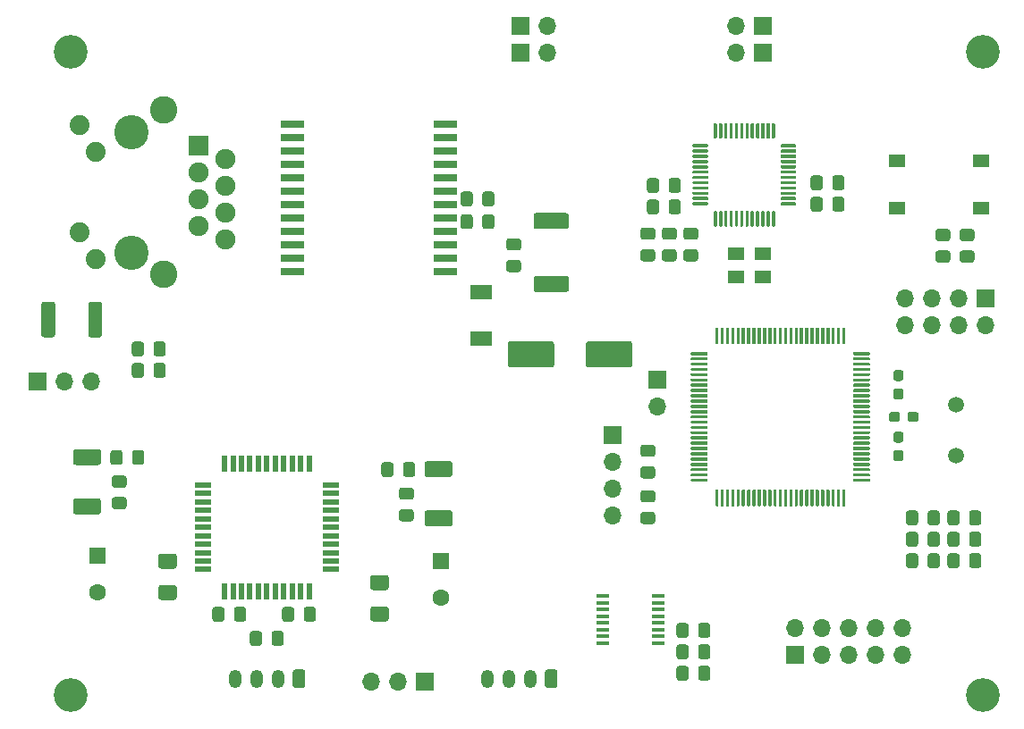
<source format=gbr>
%TF.GenerationSoftware,KiCad,Pcbnew,(5.1.12)-1*%
%TF.CreationDate,2022-03-07T22:11:42-06:00*%
%TF.ProjectId,PoE_Stepper_Driver,506f455f-5374-4657-9070-65725f447269,rev?*%
%TF.SameCoordinates,Original*%
%TF.FileFunction,Soldermask,Top*%
%TF.FilePolarity,Negative*%
%FSLAX46Y46*%
G04 Gerber Fmt 4.6, Leading zero omitted, Abs format (unit mm)*
G04 Created by KiCad (PCBNEW (5.1.12)-1) date 2022-03-07 22:11:42*
%MOMM*%
%LPD*%
G01*
G04 APERTURE LIST*
%ADD10C,3.200001*%
%ADD11R,1.500000X0.520000*%
%ADD12R,0.520000X1.500000*%
%ADD13R,1.900000X1.900000*%
%ADD14C,1.900000*%
%ADD15C,1.890000*%
%ADD16C,2.600000*%
%ADD17C,3.250000*%
%ADD18R,2.100000X1.400000*%
%ADD19O,1.200000X1.750000*%
%ADD20R,2.290000X0.760000*%
%ADD21R,1.200000X0.400000*%
%ADD22R,1.500000X1.200000*%
%ADD23C,1.500000*%
%ADD24C,1.600000*%
%ADD25R,1.600000X1.600000*%
%ADD26R,1.700000X1.700000*%
%ADD27O,1.700000X1.700000*%
%ADD28R,1.550000X1.300000*%
G04 APERTURE END LIST*
D10*
%TO.C,REF\u002A\u002A*%
X100076000Y-123825000D03*
%TD*%
%TO.C,REF\u002A\u002A*%
X186436000Y-123825000D03*
%TD*%
%TO.C,C2*%
G36*
G01*
X120218000Y-118040999D02*
X120218000Y-118941001D01*
G75*
G02*
X119968001Y-119191000I-249999J0D01*
G01*
X119317999Y-119191000D01*
G75*
G02*
X119068000Y-118941001I0J249999D01*
G01*
X119068000Y-118040999D01*
G75*
G02*
X119317999Y-117791000I249999J0D01*
G01*
X119968001Y-117791000D01*
G75*
G02*
X120218000Y-118040999I0J-249999D01*
G01*
G37*
G36*
G01*
X118168000Y-118040999D02*
X118168000Y-118941001D01*
G75*
G02*
X117918001Y-119191000I-249999J0D01*
G01*
X117267999Y-119191000D01*
G75*
G02*
X117018000Y-118941001I0J249999D01*
G01*
X117018000Y-118040999D01*
G75*
G02*
X117267999Y-117791000I249999J0D01*
G01*
X117918001Y-117791000D01*
G75*
G02*
X118168000Y-118040999I0J-249999D01*
G01*
G37*
%TD*%
D11*
%TO.C,U16*%
X124668000Y-111950000D03*
X124668000Y-111150000D03*
X124668000Y-110350000D03*
X124668000Y-109550000D03*
X124668000Y-108750000D03*
X124668000Y-107950000D03*
X124668000Y-107150000D03*
X124668000Y-106350000D03*
X124668000Y-105550000D03*
X124668000Y-104750000D03*
X124668000Y-103950000D03*
D12*
X122618000Y-101900000D03*
X121818000Y-101900000D03*
X121018000Y-101900000D03*
X120218000Y-101900000D03*
X119418000Y-101900000D03*
X118618000Y-101900000D03*
X117818000Y-101900000D03*
X117018000Y-101900000D03*
X116218000Y-101900000D03*
X115418000Y-101900000D03*
X114618000Y-101900000D03*
D11*
X112568000Y-103950000D03*
X112568000Y-104750000D03*
X112568000Y-105550000D03*
X112568000Y-106350000D03*
X112568000Y-107150000D03*
X112568000Y-107950000D03*
X112568000Y-108750000D03*
X112568000Y-109550000D03*
X112568000Y-110350000D03*
X112568000Y-111150000D03*
X112568000Y-111950000D03*
D12*
X114618000Y-114000000D03*
X115418000Y-114000000D03*
X116218000Y-114000000D03*
X117018000Y-114000000D03*
X117818000Y-114000000D03*
X118618000Y-114000000D03*
X119418000Y-114000000D03*
X120218000Y-114000000D03*
X121018000Y-114000000D03*
X121818000Y-114000000D03*
X122618000Y-114000000D03*
%TD*%
D13*
%TO.C,J1*%
X112141000Y-71755000D03*
D14*
X114681000Y-73025000D03*
X112141000Y-74295000D03*
X114681000Y-75565000D03*
X112141000Y-76835000D03*
X114681000Y-78105000D03*
X112141000Y-79375000D03*
X114681000Y-80645000D03*
D15*
X102421000Y-82525000D03*
X100901000Y-79985000D03*
X102421000Y-72415000D03*
X100901000Y-69875000D03*
D16*
X108851000Y-68425000D03*
X108851000Y-83975000D03*
D17*
X105801000Y-70485000D03*
X105801000Y-81915000D03*
%TD*%
D10*
%TO.C,REF\u002A\u002A*%
X100076000Y-62865000D03*
%TD*%
%TO.C,REF\u002A\u002A*%
X186436000Y-62865000D03*
%TD*%
%TO.C,C17*%
G36*
G01*
X120066000Y-116655001D02*
X120066000Y-115754999D01*
G75*
G02*
X120315999Y-115505000I249999J0D01*
G01*
X120966001Y-115505000D01*
G75*
G02*
X121216000Y-115754999I0J-249999D01*
G01*
X121216000Y-116655001D01*
G75*
G02*
X120966001Y-116905000I-249999J0D01*
G01*
X120315999Y-116905000D01*
G75*
G02*
X120066000Y-116655001I0J249999D01*
G01*
G37*
G36*
G01*
X122116000Y-116655001D02*
X122116000Y-115754999D01*
G75*
G02*
X122365999Y-115505000I249999J0D01*
G01*
X123016001Y-115505000D01*
G75*
G02*
X123266000Y-115754999I0J-249999D01*
G01*
X123266000Y-116655001D01*
G75*
G02*
X123016001Y-116905000I-249999J0D01*
G01*
X122365999Y-116905000D01*
G75*
G02*
X122116000Y-116655001I0J249999D01*
G01*
G37*
%TD*%
%TO.C,CG1*%
G36*
G01*
X101717000Y-89715000D02*
X101717000Y-86815000D01*
G75*
G02*
X101967000Y-86565000I250000J0D01*
G01*
X102767000Y-86565000D01*
G75*
G02*
X103017000Y-86815000I0J-250000D01*
G01*
X103017000Y-89715000D01*
G75*
G02*
X102767000Y-89965000I-250000J0D01*
G01*
X101967000Y-89965000D01*
G75*
G02*
X101717000Y-89715000I0J250000D01*
G01*
G37*
G36*
G01*
X97267000Y-89715000D02*
X97267000Y-86815000D01*
G75*
G02*
X97517000Y-86565000I250000J0D01*
G01*
X98317000Y-86565000D01*
G75*
G02*
X98567000Y-86815000I0J-250000D01*
G01*
X98567000Y-89715000D01*
G75*
G02*
X98317000Y-89965000I-250000J0D01*
G01*
X97517000Y-89965000D01*
G75*
G02*
X97267000Y-89715000I0J250000D01*
G01*
G37*
%TD*%
D18*
%TO.C,D1*%
X138938000Y-90084000D03*
X138938000Y-85684000D03*
%TD*%
%TO.C,D3*%
G36*
G01*
X141535999Y-80569000D02*
X142436001Y-80569000D01*
G75*
G02*
X142686000Y-80818999I0J-249999D01*
G01*
X142686000Y-81469001D01*
G75*
G02*
X142436001Y-81719000I-249999J0D01*
G01*
X141535999Y-81719000D01*
G75*
G02*
X141286000Y-81469001I0J249999D01*
G01*
X141286000Y-80818999D01*
G75*
G02*
X141535999Y-80569000I249999J0D01*
G01*
G37*
G36*
G01*
X141535999Y-82619000D02*
X142436001Y-82619000D01*
G75*
G02*
X142686000Y-82868999I0J-249999D01*
G01*
X142686000Y-83519001D01*
G75*
G02*
X142436001Y-83769000I-249999J0D01*
G01*
X141535999Y-83769000D01*
G75*
G02*
X141286000Y-83519001I0J249999D01*
G01*
X141286000Y-82868999D01*
G75*
G02*
X141535999Y-82619000I249999J0D01*
G01*
G37*
%TD*%
%TO.C,D4*%
G36*
G01*
X184208000Y-110674998D02*
X184208000Y-111575000D01*
G75*
G02*
X183958001Y-111824999I-249999J0D01*
G01*
X183307999Y-111824999D01*
G75*
G02*
X183058000Y-111575000I0J249999D01*
G01*
X183058000Y-110674998D01*
G75*
G02*
X183307999Y-110424999I249999J0D01*
G01*
X183958001Y-110424999D01*
G75*
G02*
X184208000Y-110674998I0J-249999D01*
G01*
G37*
G36*
G01*
X186258000Y-110674998D02*
X186258000Y-111575000D01*
G75*
G02*
X186008001Y-111824999I-249999J0D01*
G01*
X185357999Y-111824999D01*
G75*
G02*
X185108000Y-111575000I0J249999D01*
G01*
X185108000Y-110674998D01*
G75*
G02*
X185357999Y-110424999I249999J0D01*
G01*
X186008001Y-110424999D01*
G75*
G02*
X186258000Y-110674998I0J-249999D01*
G01*
G37*
%TD*%
%TO.C,D5*%
G36*
G01*
X186258000Y-108642998D02*
X186258000Y-109543000D01*
G75*
G02*
X186008001Y-109792999I-249999J0D01*
G01*
X185357999Y-109792999D01*
G75*
G02*
X185108000Y-109543000I0J249999D01*
G01*
X185108000Y-108642998D01*
G75*
G02*
X185357999Y-108392999I249999J0D01*
G01*
X186008001Y-108392999D01*
G75*
G02*
X186258000Y-108642998I0J-249999D01*
G01*
G37*
G36*
G01*
X184208000Y-108642998D02*
X184208000Y-109543000D01*
G75*
G02*
X183958001Y-109792999I-249999J0D01*
G01*
X183307999Y-109792999D01*
G75*
G02*
X183058000Y-109543000I0J249999D01*
G01*
X183058000Y-108642998D01*
G75*
G02*
X183307999Y-108392999I249999J0D01*
G01*
X183958001Y-108392999D01*
G75*
G02*
X184208000Y-108642998I0J-249999D01*
G01*
G37*
%TD*%
%TO.C,J2*%
G36*
G01*
X122266000Y-121675999D02*
X122266000Y-122926001D01*
G75*
G02*
X122016001Y-123176000I-249999J0D01*
G01*
X121315999Y-123176000D01*
G75*
G02*
X121066000Y-122926001I0J249999D01*
G01*
X121066000Y-121675999D01*
G75*
G02*
X121315999Y-121426000I249999J0D01*
G01*
X122016001Y-121426000D01*
G75*
G02*
X122266000Y-121675999I0J-249999D01*
G01*
G37*
D19*
X119666000Y-122301000D03*
X117666000Y-122301000D03*
X115666000Y-122301000D03*
%TD*%
%TO.C,R7*%
G36*
G01*
X107892000Y-93541001D02*
X107892000Y-92640999D01*
G75*
G02*
X108141999Y-92391000I249999J0D01*
G01*
X108792001Y-92391000D01*
G75*
G02*
X109042000Y-92640999I0J-249999D01*
G01*
X109042000Y-93541001D01*
G75*
G02*
X108792001Y-93791000I-249999J0D01*
G01*
X108141999Y-93791000D01*
G75*
G02*
X107892000Y-93541001I0J249999D01*
G01*
G37*
G36*
G01*
X105842000Y-93541001D02*
X105842000Y-92640999D01*
G75*
G02*
X106091999Y-92391000I249999J0D01*
G01*
X106742001Y-92391000D01*
G75*
G02*
X106992000Y-92640999I0J-249999D01*
G01*
X106992000Y-93541001D01*
G75*
G02*
X106742001Y-93791000I-249999J0D01*
G01*
X106091999Y-93791000D01*
G75*
G02*
X105842000Y-93541001I0J249999D01*
G01*
G37*
%TD*%
%TO.C,R8*%
G36*
G01*
X105842000Y-91509001D02*
X105842000Y-90608999D01*
G75*
G02*
X106091999Y-90359000I249999J0D01*
G01*
X106742001Y-90359000D01*
G75*
G02*
X106992000Y-90608999I0J-249999D01*
G01*
X106992000Y-91509001D01*
G75*
G02*
X106742001Y-91759000I-249999J0D01*
G01*
X106091999Y-91759000D01*
G75*
G02*
X105842000Y-91509001I0J249999D01*
G01*
G37*
G36*
G01*
X107892000Y-91509001D02*
X107892000Y-90608999D01*
G75*
G02*
X108141999Y-90359000I249999J0D01*
G01*
X108792001Y-90359000D01*
G75*
G02*
X109042000Y-90608999I0J-249999D01*
G01*
X109042000Y-91509001D01*
G75*
G02*
X108792001Y-91759000I-249999J0D01*
G01*
X108141999Y-91759000D01*
G75*
G02*
X107892000Y-91509001I0J249999D01*
G01*
G37*
%TD*%
%TO.C,RMPS1*%
G36*
G01*
X144116999Y-78165000D02*
X146967001Y-78165000D01*
G75*
G02*
X147217000Y-78414999I0J-249999D01*
G01*
X147217000Y-79440001D01*
G75*
G02*
X146967001Y-79690000I-249999J0D01*
G01*
X144116999Y-79690000D01*
G75*
G02*
X143867000Y-79440001I0J249999D01*
G01*
X143867000Y-78414999D01*
G75*
G02*
X144116999Y-78165000I249999J0D01*
G01*
G37*
G36*
G01*
X144116999Y-84140000D02*
X146967001Y-84140000D01*
G75*
G02*
X147217000Y-84389999I0J-249999D01*
G01*
X147217000Y-85415001D01*
G75*
G02*
X146967001Y-85665000I-249999J0D01*
G01*
X144116999Y-85665000D01*
G75*
G02*
X143867000Y-85415001I0J249999D01*
G01*
X143867000Y-84389999D01*
G75*
G02*
X144116999Y-84140000I249999J0D01*
G01*
G37*
%TD*%
D20*
%TO.C,TR1*%
X121029000Y-83693000D03*
X121029000Y-82423000D03*
X121029000Y-81153000D03*
X121029000Y-79883000D03*
X121029000Y-78613000D03*
X121029000Y-77343000D03*
X121029000Y-76073000D03*
X121029000Y-74803000D03*
X121029000Y-73533000D03*
X121029000Y-72263000D03*
X121029000Y-70993000D03*
X121029000Y-69723000D03*
X135509000Y-69723000D03*
X135509000Y-70993000D03*
X135509000Y-72263000D03*
X135509000Y-73533000D03*
X135509000Y-74803000D03*
X135509000Y-76073000D03*
X135509000Y-77343000D03*
X135509000Y-78613000D03*
X135509000Y-79883000D03*
X135509000Y-81153000D03*
X135509000Y-82423000D03*
X135509000Y-83693000D03*
%TD*%
%TO.C,U3*%
G36*
G01*
X175711115Y-103416967D02*
X175711115Y-103566967D01*
G75*
G02*
X175636115Y-103641967I-75000J0D01*
G01*
X174186115Y-103641967D01*
G75*
G02*
X174111115Y-103566967I0J75000D01*
G01*
X174111115Y-103416967D01*
G75*
G02*
X174186115Y-103341967I75000J0D01*
G01*
X175636115Y-103341967D01*
G75*
G02*
X175711115Y-103416967I0J-75000D01*
G01*
G37*
G36*
G01*
X175711115Y-102916967D02*
X175711115Y-103066967D01*
G75*
G02*
X175636115Y-103141967I-75000J0D01*
G01*
X174186115Y-103141967D01*
G75*
G02*
X174111115Y-103066967I0J75000D01*
G01*
X174111115Y-102916967D01*
G75*
G02*
X174186115Y-102841967I75000J0D01*
G01*
X175636115Y-102841967D01*
G75*
G02*
X175711115Y-102916967I0J-75000D01*
G01*
G37*
G36*
G01*
X175711115Y-102416967D02*
X175711115Y-102566967D01*
G75*
G02*
X175636115Y-102641967I-75000J0D01*
G01*
X174186115Y-102641967D01*
G75*
G02*
X174111115Y-102566967I0J75000D01*
G01*
X174111115Y-102416967D01*
G75*
G02*
X174186115Y-102341967I75000J0D01*
G01*
X175636115Y-102341967D01*
G75*
G02*
X175711115Y-102416967I0J-75000D01*
G01*
G37*
G36*
G01*
X175711115Y-101916967D02*
X175711115Y-102066967D01*
G75*
G02*
X175636115Y-102141967I-75000J0D01*
G01*
X174186115Y-102141967D01*
G75*
G02*
X174111115Y-102066967I0J75000D01*
G01*
X174111115Y-101916967D01*
G75*
G02*
X174186115Y-101841967I75000J0D01*
G01*
X175636115Y-101841967D01*
G75*
G02*
X175711115Y-101916967I0J-75000D01*
G01*
G37*
G36*
G01*
X175711115Y-101416967D02*
X175711115Y-101566967D01*
G75*
G02*
X175636115Y-101641967I-75000J0D01*
G01*
X174186115Y-101641967D01*
G75*
G02*
X174111115Y-101566967I0J75000D01*
G01*
X174111115Y-101416967D01*
G75*
G02*
X174186115Y-101341967I75000J0D01*
G01*
X175636115Y-101341967D01*
G75*
G02*
X175711115Y-101416967I0J-75000D01*
G01*
G37*
G36*
G01*
X175711115Y-100916967D02*
X175711115Y-101066967D01*
G75*
G02*
X175636115Y-101141967I-75000J0D01*
G01*
X174186115Y-101141967D01*
G75*
G02*
X174111115Y-101066967I0J75000D01*
G01*
X174111115Y-100916967D01*
G75*
G02*
X174186115Y-100841967I75000J0D01*
G01*
X175636115Y-100841967D01*
G75*
G02*
X175711115Y-100916967I0J-75000D01*
G01*
G37*
G36*
G01*
X175711115Y-100416967D02*
X175711115Y-100566967D01*
G75*
G02*
X175636115Y-100641967I-75000J0D01*
G01*
X174186115Y-100641967D01*
G75*
G02*
X174111115Y-100566967I0J75000D01*
G01*
X174111115Y-100416967D01*
G75*
G02*
X174186115Y-100341967I75000J0D01*
G01*
X175636115Y-100341967D01*
G75*
G02*
X175711115Y-100416967I0J-75000D01*
G01*
G37*
G36*
G01*
X175711115Y-99916967D02*
X175711115Y-100066967D01*
G75*
G02*
X175636115Y-100141967I-75000J0D01*
G01*
X174186115Y-100141967D01*
G75*
G02*
X174111115Y-100066967I0J75000D01*
G01*
X174111115Y-99916967D01*
G75*
G02*
X174186115Y-99841967I75000J0D01*
G01*
X175636115Y-99841967D01*
G75*
G02*
X175711115Y-99916967I0J-75000D01*
G01*
G37*
G36*
G01*
X175711115Y-99416967D02*
X175711115Y-99566967D01*
G75*
G02*
X175636115Y-99641967I-75000J0D01*
G01*
X174186115Y-99641967D01*
G75*
G02*
X174111115Y-99566967I0J75000D01*
G01*
X174111115Y-99416967D01*
G75*
G02*
X174186115Y-99341967I75000J0D01*
G01*
X175636115Y-99341967D01*
G75*
G02*
X175711115Y-99416967I0J-75000D01*
G01*
G37*
G36*
G01*
X175711115Y-98916967D02*
X175711115Y-99066967D01*
G75*
G02*
X175636115Y-99141967I-75000J0D01*
G01*
X174186115Y-99141967D01*
G75*
G02*
X174111115Y-99066967I0J75000D01*
G01*
X174111115Y-98916967D01*
G75*
G02*
X174186115Y-98841967I75000J0D01*
G01*
X175636115Y-98841967D01*
G75*
G02*
X175711115Y-98916967I0J-75000D01*
G01*
G37*
G36*
G01*
X175711115Y-98416967D02*
X175711115Y-98566967D01*
G75*
G02*
X175636115Y-98641967I-75000J0D01*
G01*
X174186115Y-98641967D01*
G75*
G02*
X174111115Y-98566967I0J75000D01*
G01*
X174111115Y-98416967D01*
G75*
G02*
X174186115Y-98341967I75000J0D01*
G01*
X175636115Y-98341967D01*
G75*
G02*
X175711115Y-98416967I0J-75000D01*
G01*
G37*
G36*
G01*
X175711115Y-97916967D02*
X175711115Y-98066967D01*
G75*
G02*
X175636115Y-98141967I-75000J0D01*
G01*
X174186115Y-98141967D01*
G75*
G02*
X174111115Y-98066967I0J75000D01*
G01*
X174111115Y-97916967D01*
G75*
G02*
X174186115Y-97841967I75000J0D01*
G01*
X175636115Y-97841967D01*
G75*
G02*
X175711115Y-97916967I0J-75000D01*
G01*
G37*
G36*
G01*
X175711115Y-97416967D02*
X175711115Y-97566967D01*
G75*
G02*
X175636115Y-97641967I-75000J0D01*
G01*
X174186115Y-97641967D01*
G75*
G02*
X174111115Y-97566967I0J75000D01*
G01*
X174111115Y-97416967D01*
G75*
G02*
X174186115Y-97341967I75000J0D01*
G01*
X175636115Y-97341967D01*
G75*
G02*
X175711115Y-97416967I0J-75000D01*
G01*
G37*
G36*
G01*
X175711115Y-96916967D02*
X175711115Y-97066967D01*
G75*
G02*
X175636115Y-97141967I-75000J0D01*
G01*
X174186115Y-97141967D01*
G75*
G02*
X174111115Y-97066967I0J75000D01*
G01*
X174111115Y-96916967D01*
G75*
G02*
X174186115Y-96841967I75000J0D01*
G01*
X175636115Y-96841967D01*
G75*
G02*
X175711115Y-96916967I0J-75000D01*
G01*
G37*
G36*
G01*
X175711115Y-96416967D02*
X175711115Y-96566967D01*
G75*
G02*
X175636115Y-96641967I-75000J0D01*
G01*
X174186115Y-96641967D01*
G75*
G02*
X174111115Y-96566967I0J75000D01*
G01*
X174111115Y-96416967D01*
G75*
G02*
X174186115Y-96341967I75000J0D01*
G01*
X175636115Y-96341967D01*
G75*
G02*
X175711115Y-96416967I0J-75000D01*
G01*
G37*
G36*
G01*
X175711115Y-95916967D02*
X175711115Y-96066967D01*
G75*
G02*
X175636115Y-96141967I-75000J0D01*
G01*
X174186115Y-96141967D01*
G75*
G02*
X174111115Y-96066967I0J75000D01*
G01*
X174111115Y-95916967D01*
G75*
G02*
X174186115Y-95841967I75000J0D01*
G01*
X175636115Y-95841967D01*
G75*
G02*
X175711115Y-95916967I0J-75000D01*
G01*
G37*
G36*
G01*
X175711115Y-95416967D02*
X175711115Y-95566967D01*
G75*
G02*
X175636115Y-95641967I-75000J0D01*
G01*
X174186115Y-95641967D01*
G75*
G02*
X174111115Y-95566967I0J75000D01*
G01*
X174111115Y-95416967D01*
G75*
G02*
X174186115Y-95341967I75000J0D01*
G01*
X175636115Y-95341967D01*
G75*
G02*
X175711115Y-95416967I0J-75000D01*
G01*
G37*
G36*
G01*
X175711115Y-94916967D02*
X175711115Y-95066967D01*
G75*
G02*
X175636115Y-95141967I-75000J0D01*
G01*
X174186115Y-95141967D01*
G75*
G02*
X174111115Y-95066967I0J75000D01*
G01*
X174111115Y-94916967D01*
G75*
G02*
X174186115Y-94841967I75000J0D01*
G01*
X175636115Y-94841967D01*
G75*
G02*
X175711115Y-94916967I0J-75000D01*
G01*
G37*
G36*
G01*
X175711115Y-94416967D02*
X175711115Y-94566967D01*
G75*
G02*
X175636115Y-94641967I-75000J0D01*
G01*
X174186115Y-94641967D01*
G75*
G02*
X174111115Y-94566967I0J75000D01*
G01*
X174111115Y-94416967D01*
G75*
G02*
X174186115Y-94341967I75000J0D01*
G01*
X175636115Y-94341967D01*
G75*
G02*
X175711115Y-94416967I0J-75000D01*
G01*
G37*
G36*
G01*
X175711115Y-93916967D02*
X175711115Y-94066967D01*
G75*
G02*
X175636115Y-94141967I-75000J0D01*
G01*
X174186115Y-94141967D01*
G75*
G02*
X174111115Y-94066967I0J75000D01*
G01*
X174111115Y-93916967D01*
G75*
G02*
X174186115Y-93841967I75000J0D01*
G01*
X175636115Y-93841967D01*
G75*
G02*
X175711115Y-93916967I0J-75000D01*
G01*
G37*
G36*
G01*
X175711115Y-93416967D02*
X175711115Y-93566967D01*
G75*
G02*
X175636115Y-93641967I-75000J0D01*
G01*
X174186115Y-93641967D01*
G75*
G02*
X174111115Y-93566967I0J75000D01*
G01*
X174111115Y-93416967D01*
G75*
G02*
X174186115Y-93341967I75000J0D01*
G01*
X175636115Y-93341967D01*
G75*
G02*
X175711115Y-93416967I0J-75000D01*
G01*
G37*
G36*
G01*
X175711115Y-92916967D02*
X175711115Y-93066967D01*
G75*
G02*
X175636115Y-93141967I-75000J0D01*
G01*
X174186115Y-93141967D01*
G75*
G02*
X174111115Y-93066967I0J75000D01*
G01*
X174111115Y-92916967D01*
G75*
G02*
X174186115Y-92841967I75000J0D01*
G01*
X175636115Y-92841967D01*
G75*
G02*
X175711115Y-92916967I0J-75000D01*
G01*
G37*
G36*
G01*
X175711115Y-92416967D02*
X175711115Y-92566967D01*
G75*
G02*
X175636115Y-92641967I-75000J0D01*
G01*
X174186115Y-92641967D01*
G75*
G02*
X174111115Y-92566967I0J75000D01*
G01*
X174111115Y-92416967D01*
G75*
G02*
X174186115Y-92341967I75000J0D01*
G01*
X175636115Y-92341967D01*
G75*
G02*
X175711115Y-92416967I0J-75000D01*
G01*
G37*
G36*
G01*
X175711115Y-91916967D02*
X175711115Y-92066967D01*
G75*
G02*
X175636115Y-92141967I-75000J0D01*
G01*
X174186115Y-92141967D01*
G75*
G02*
X174111115Y-92066967I0J75000D01*
G01*
X174111115Y-91916967D01*
G75*
G02*
X174186115Y-91841967I75000J0D01*
G01*
X175636115Y-91841967D01*
G75*
G02*
X175711115Y-91916967I0J-75000D01*
G01*
G37*
G36*
G01*
X175711115Y-91416967D02*
X175711115Y-91566967D01*
G75*
G02*
X175636115Y-91641967I-75000J0D01*
G01*
X174186115Y-91641967D01*
G75*
G02*
X174111115Y-91566967I0J75000D01*
G01*
X174111115Y-91416967D01*
G75*
G02*
X174186115Y-91341967I75000J0D01*
G01*
X175636115Y-91341967D01*
G75*
G02*
X175711115Y-91416967I0J-75000D01*
G01*
G37*
G36*
G01*
X173386115Y-89091967D02*
X173386115Y-90541967D01*
G75*
G02*
X173311115Y-90616967I-75000J0D01*
G01*
X173161115Y-90616967D01*
G75*
G02*
X173086115Y-90541967I0J75000D01*
G01*
X173086115Y-89091967D01*
G75*
G02*
X173161115Y-89016967I75000J0D01*
G01*
X173311115Y-89016967D01*
G75*
G02*
X173386115Y-89091967I0J-75000D01*
G01*
G37*
G36*
G01*
X172886115Y-89091967D02*
X172886115Y-90541967D01*
G75*
G02*
X172811115Y-90616967I-75000J0D01*
G01*
X172661115Y-90616967D01*
G75*
G02*
X172586115Y-90541967I0J75000D01*
G01*
X172586115Y-89091967D01*
G75*
G02*
X172661115Y-89016967I75000J0D01*
G01*
X172811115Y-89016967D01*
G75*
G02*
X172886115Y-89091967I0J-75000D01*
G01*
G37*
G36*
G01*
X172386115Y-89091967D02*
X172386115Y-90541967D01*
G75*
G02*
X172311115Y-90616967I-75000J0D01*
G01*
X172161115Y-90616967D01*
G75*
G02*
X172086115Y-90541967I0J75000D01*
G01*
X172086115Y-89091967D01*
G75*
G02*
X172161115Y-89016967I75000J0D01*
G01*
X172311115Y-89016967D01*
G75*
G02*
X172386115Y-89091967I0J-75000D01*
G01*
G37*
G36*
G01*
X171886115Y-89091967D02*
X171886115Y-90541967D01*
G75*
G02*
X171811115Y-90616967I-75000J0D01*
G01*
X171661115Y-90616967D01*
G75*
G02*
X171586115Y-90541967I0J75000D01*
G01*
X171586115Y-89091967D01*
G75*
G02*
X171661115Y-89016967I75000J0D01*
G01*
X171811115Y-89016967D01*
G75*
G02*
X171886115Y-89091967I0J-75000D01*
G01*
G37*
G36*
G01*
X171386115Y-89091967D02*
X171386115Y-90541967D01*
G75*
G02*
X171311115Y-90616967I-75000J0D01*
G01*
X171161115Y-90616967D01*
G75*
G02*
X171086115Y-90541967I0J75000D01*
G01*
X171086115Y-89091967D01*
G75*
G02*
X171161115Y-89016967I75000J0D01*
G01*
X171311115Y-89016967D01*
G75*
G02*
X171386115Y-89091967I0J-75000D01*
G01*
G37*
G36*
G01*
X170886115Y-89091967D02*
X170886115Y-90541967D01*
G75*
G02*
X170811115Y-90616967I-75000J0D01*
G01*
X170661115Y-90616967D01*
G75*
G02*
X170586115Y-90541967I0J75000D01*
G01*
X170586115Y-89091967D01*
G75*
G02*
X170661115Y-89016967I75000J0D01*
G01*
X170811115Y-89016967D01*
G75*
G02*
X170886115Y-89091967I0J-75000D01*
G01*
G37*
G36*
G01*
X170386115Y-89091967D02*
X170386115Y-90541967D01*
G75*
G02*
X170311115Y-90616967I-75000J0D01*
G01*
X170161115Y-90616967D01*
G75*
G02*
X170086115Y-90541967I0J75000D01*
G01*
X170086115Y-89091967D01*
G75*
G02*
X170161115Y-89016967I75000J0D01*
G01*
X170311115Y-89016967D01*
G75*
G02*
X170386115Y-89091967I0J-75000D01*
G01*
G37*
G36*
G01*
X169886115Y-89091967D02*
X169886115Y-90541967D01*
G75*
G02*
X169811115Y-90616967I-75000J0D01*
G01*
X169661115Y-90616967D01*
G75*
G02*
X169586115Y-90541967I0J75000D01*
G01*
X169586115Y-89091967D01*
G75*
G02*
X169661115Y-89016967I75000J0D01*
G01*
X169811115Y-89016967D01*
G75*
G02*
X169886115Y-89091967I0J-75000D01*
G01*
G37*
G36*
G01*
X169386115Y-89091967D02*
X169386115Y-90541967D01*
G75*
G02*
X169311115Y-90616967I-75000J0D01*
G01*
X169161115Y-90616967D01*
G75*
G02*
X169086115Y-90541967I0J75000D01*
G01*
X169086115Y-89091967D01*
G75*
G02*
X169161115Y-89016967I75000J0D01*
G01*
X169311115Y-89016967D01*
G75*
G02*
X169386115Y-89091967I0J-75000D01*
G01*
G37*
G36*
G01*
X168886115Y-89091967D02*
X168886115Y-90541967D01*
G75*
G02*
X168811115Y-90616967I-75000J0D01*
G01*
X168661115Y-90616967D01*
G75*
G02*
X168586115Y-90541967I0J75000D01*
G01*
X168586115Y-89091967D01*
G75*
G02*
X168661115Y-89016967I75000J0D01*
G01*
X168811115Y-89016967D01*
G75*
G02*
X168886115Y-89091967I0J-75000D01*
G01*
G37*
G36*
G01*
X168386115Y-89091967D02*
X168386115Y-90541967D01*
G75*
G02*
X168311115Y-90616967I-75000J0D01*
G01*
X168161115Y-90616967D01*
G75*
G02*
X168086115Y-90541967I0J75000D01*
G01*
X168086115Y-89091967D01*
G75*
G02*
X168161115Y-89016967I75000J0D01*
G01*
X168311115Y-89016967D01*
G75*
G02*
X168386115Y-89091967I0J-75000D01*
G01*
G37*
G36*
G01*
X167886115Y-89091967D02*
X167886115Y-90541967D01*
G75*
G02*
X167811115Y-90616967I-75000J0D01*
G01*
X167661115Y-90616967D01*
G75*
G02*
X167586115Y-90541967I0J75000D01*
G01*
X167586115Y-89091967D01*
G75*
G02*
X167661115Y-89016967I75000J0D01*
G01*
X167811115Y-89016967D01*
G75*
G02*
X167886115Y-89091967I0J-75000D01*
G01*
G37*
G36*
G01*
X167386115Y-89091967D02*
X167386115Y-90541967D01*
G75*
G02*
X167311115Y-90616967I-75000J0D01*
G01*
X167161115Y-90616967D01*
G75*
G02*
X167086115Y-90541967I0J75000D01*
G01*
X167086115Y-89091967D01*
G75*
G02*
X167161115Y-89016967I75000J0D01*
G01*
X167311115Y-89016967D01*
G75*
G02*
X167386115Y-89091967I0J-75000D01*
G01*
G37*
G36*
G01*
X166886115Y-89091967D02*
X166886115Y-90541967D01*
G75*
G02*
X166811115Y-90616967I-75000J0D01*
G01*
X166661115Y-90616967D01*
G75*
G02*
X166586115Y-90541967I0J75000D01*
G01*
X166586115Y-89091967D01*
G75*
G02*
X166661115Y-89016967I75000J0D01*
G01*
X166811115Y-89016967D01*
G75*
G02*
X166886115Y-89091967I0J-75000D01*
G01*
G37*
G36*
G01*
X166386115Y-89091967D02*
X166386115Y-90541967D01*
G75*
G02*
X166311115Y-90616967I-75000J0D01*
G01*
X166161115Y-90616967D01*
G75*
G02*
X166086115Y-90541967I0J75000D01*
G01*
X166086115Y-89091967D01*
G75*
G02*
X166161115Y-89016967I75000J0D01*
G01*
X166311115Y-89016967D01*
G75*
G02*
X166386115Y-89091967I0J-75000D01*
G01*
G37*
G36*
G01*
X165886115Y-89091967D02*
X165886115Y-90541967D01*
G75*
G02*
X165811115Y-90616967I-75000J0D01*
G01*
X165661115Y-90616967D01*
G75*
G02*
X165586115Y-90541967I0J75000D01*
G01*
X165586115Y-89091967D01*
G75*
G02*
X165661115Y-89016967I75000J0D01*
G01*
X165811115Y-89016967D01*
G75*
G02*
X165886115Y-89091967I0J-75000D01*
G01*
G37*
G36*
G01*
X165386115Y-89091967D02*
X165386115Y-90541967D01*
G75*
G02*
X165311115Y-90616967I-75000J0D01*
G01*
X165161115Y-90616967D01*
G75*
G02*
X165086115Y-90541967I0J75000D01*
G01*
X165086115Y-89091967D01*
G75*
G02*
X165161115Y-89016967I75000J0D01*
G01*
X165311115Y-89016967D01*
G75*
G02*
X165386115Y-89091967I0J-75000D01*
G01*
G37*
G36*
G01*
X164886115Y-89091967D02*
X164886115Y-90541967D01*
G75*
G02*
X164811115Y-90616967I-75000J0D01*
G01*
X164661115Y-90616967D01*
G75*
G02*
X164586115Y-90541967I0J75000D01*
G01*
X164586115Y-89091967D01*
G75*
G02*
X164661115Y-89016967I75000J0D01*
G01*
X164811115Y-89016967D01*
G75*
G02*
X164886115Y-89091967I0J-75000D01*
G01*
G37*
G36*
G01*
X164386115Y-89091967D02*
X164386115Y-90541967D01*
G75*
G02*
X164311115Y-90616967I-75000J0D01*
G01*
X164161115Y-90616967D01*
G75*
G02*
X164086115Y-90541967I0J75000D01*
G01*
X164086115Y-89091967D01*
G75*
G02*
X164161115Y-89016967I75000J0D01*
G01*
X164311115Y-89016967D01*
G75*
G02*
X164386115Y-89091967I0J-75000D01*
G01*
G37*
G36*
G01*
X163886115Y-89091967D02*
X163886115Y-90541967D01*
G75*
G02*
X163811115Y-90616967I-75000J0D01*
G01*
X163661115Y-90616967D01*
G75*
G02*
X163586115Y-90541967I0J75000D01*
G01*
X163586115Y-89091967D01*
G75*
G02*
X163661115Y-89016967I75000J0D01*
G01*
X163811115Y-89016967D01*
G75*
G02*
X163886115Y-89091967I0J-75000D01*
G01*
G37*
G36*
G01*
X163386115Y-89091967D02*
X163386115Y-90541967D01*
G75*
G02*
X163311115Y-90616967I-75000J0D01*
G01*
X163161115Y-90616967D01*
G75*
G02*
X163086115Y-90541967I0J75000D01*
G01*
X163086115Y-89091967D01*
G75*
G02*
X163161115Y-89016967I75000J0D01*
G01*
X163311115Y-89016967D01*
G75*
G02*
X163386115Y-89091967I0J-75000D01*
G01*
G37*
G36*
G01*
X162886115Y-89091967D02*
X162886115Y-90541967D01*
G75*
G02*
X162811115Y-90616967I-75000J0D01*
G01*
X162661115Y-90616967D01*
G75*
G02*
X162586115Y-90541967I0J75000D01*
G01*
X162586115Y-89091967D01*
G75*
G02*
X162661115Y-89016967I75000J0D01*
G01*
X162811115Y-89016967D01*
G75*
G02*
X162886115Y-89091967I0J-75000D01*
G01*
G37*
G36*
G01*
X162386115Y-89091967D02*
X162386115Y-90541967D01*
G75*
G02*
X162311115Y-90616967I-75000J0D01*
G01*
X162161115Y-90616967D01*
G75*
G02*
X162086115Y-90541967I0J75000D01*
G01*
X162086115Y-89091967D01*
G75*
G02*
X162161115Y-89016967I75000J0D01*
G01*
X162311115Y-89016967D01*
G75*
G02*
X162386115Y-89091967I0J-75000D01*
G01*
G37*
G36*
G01*
X161886115Y-89091967D02*
X161886115Y-90541967D01*
G75*
G02*
X161811115Y-90616967I-75000J0D01*
G01*
X161661115Y-90616967D01*
G75*
G02*
X161586115Y-90541967I0J75000D01*
G01*
X161586115Y-89091967D01*
G75*
G02*
X161661115Y-89016967I75000J0D01*
G01*
X161811115Y-89016967D01*
G75*
G02*
X161886115Y-89091967I0J-75000D01*
G01*
G37*
G36*
G01*
X161386115Y-89091967D02*
X161386115Y-90541967D01*
G75*
G02*
X161311115Y-90616967I-75000J0D01*
G01*
X161161115Y-90616967D01*
G75*
G02*
X161086115Y-90541967I0J75000D01*
G01*
X161086115Y-89091967D01*
G75*
G02*
X161161115Y-89016967I75000J0D01*
G01*
X161311115Y-89016967D01*
G75*
G02*
X161386115Y-89091967I0J-75000D01*
G01*
G37*
G36*
G01*
X160361115Y-91416967D02*
X160361115Y-91566967D01*
G75*
G02*
X160286115Y-91641967I-75000J0D01*
G01*
X158836115Y-91641967D01*
G75*
G02*
X158761115Y-91566967I0J75000D01*
G01*
X158761115Y-91416967D01*
G75*
G02*
X158836115Y-91341967I75000J0D01*
G01*
X160286115Y-91341967D01*
G75*
G02*
X160361115Y-91416967I0J-75000D01*
G01*
G37*
G36*
G01*
X160361115Y-91916967D02*
X160361115Y-92066967D01*
G75*
G02*
X160286115Y-92141967I-75000J0D01*
G01*
X158836115Y-92141967D01*
G75*
G02*
X158761115Y-92066967I0J75000D01*
G01*
X158761115Y-91916967D01*
G75*
G02*
X158836115Y-91841967I75000J0D01*
G01*
X160286115Y-91841967D01*
G75*
G02*
X160361115Y-91916967I0J-75000D01*
G01*
G37*
G36*
G01*
X160361115Y-92416967D02*
X160361115Y-92566967D01*
G75*
G02*
X160286115Y-92641967I-75000J0D01*
G01*
X158836115Y-92641967D01*
G75*
G02*
X158761115Y-92566967I0J75000D01*
G01*
X158761115Y-92416967D01*
G75*
G02*
X158836115Y-92341967I75000J0D01*
G01*
X160286115Y-92341967D01*
G75*
G02*
X160361115Y-92416967I0J-75000D01*
G01*
G37*
G36*
G01*
X160361115Y-92916967D02*
X160361115Y-93066967D01*
G75*
G02*
X160286115Y-93141967I-75000J0D01*
G01*
X158836115Y-93141967D01*
G75*
G02*
X158761115Y-93066967I0J75000D01*
G01*
X158761115Y-92916967D01*
G75*
G02*
X158836115Y-92841967I75000J0D01*
G01*
X160286115Y-92841967D01*
G75*
G02*
X160361115Y-92916967I0J-75000D01*
G01*
G37*
G36*
G01*
X160361115Y-93416967D02*
X160361115Y-93566967D01*
G75*
G02*
X160286115Y-93641967I-75000J0D01*
G01*
X158836115Y-93641967D01*
G75*
G02*
X158761115Y-93566967I0J75000D01*
G01*
X158761115Y-93416967D01*
G75*
G02*
X158836115Y-93341967I75000J0D01*
G01*
X160286115Y-93341967D01*
G75*
G02*
X160361115Y-93416967I0J-75000D01*
G01*
G37*
G36*
G01*
X160361115Y-93916967D02*
X160361115Y-94066967D01*
G75*
G02*
X160286115Y-94141967I-75000J0D01*
G01*
X158836115Y-94141967D01*
G75*
G02*
X158761115Y-94066967I0J75000D01*
G01*
X158761115Y-93916967D01*
G75*
G02*
X158836115Y-93841967I75000J0D01*
G01*
X160286115Y-93841967D01*
G75*
G02*
X160361115Y-93916967I0J-75000D01*
G01*
G37*
G36*
G01*
X160361115Y-94416967D02*
X160361115Y-94566967D01*
G75*
G02*
X160286115Y-94641967I-75000J0D01*
G01*
X158836115Y-94641967D01*
G75*
G02*
X158761115Y-94566967I0J75000D01*
G01*
X158761115Y-94416967D01*
G75*
G02*
X158836115Y-94341967I75000J0D01*
G01*
X160286115Y-94341967D01*
G75*
G02*
X160361115Y-94416967I0J-75000D01*
G01*
G37*
G36*
G01*
X160361115Y-94916967D02*
X160361115Y-95066967D01*
G75*
G02*
X160286115Y-95141967I-75000J0D01*
G01*
X158836115Y-95141967D01*
G75*
G02*
X158761115Y-95066967I0J75000D01*
G01*
X158761115Y-94916967D01*
G75*
G02*
X158836115Y-94841967I75000J0D01*
G01*
X160286115Y-94841967D01*
G75*
G02*
X160361115Y-94916967I0J-75000D01*
G01*
G37*
G36*
G01*
X160361115Y-95416967D02*
X160361115Y-95566967D01*
G75*
G02*
X160286115Y-95641967I-75000J0D01*
G01*
X158836115Y-95641967D01*
G75*
G02*
X158761115Y-95566967I0J75000D01*
G01*
X158761115Y-95416967D01*
G75*
G02*
X158836115Y-95341967I75000J0D01*
G01*
X160286115Y-95341967D01*
G75*
G02*
X160361115Y-95416967I0J-75000D01*
G01*
G37*
G36*
G01*
X160361115Y-95916967D02*
X160361115Y-96066967D01*
G75*
G02*
X160286115Y-96141967I-75000J0D01*
G01*
X158836115Y-96141967D01*
G75*
G02*
X158761115Y-96066967I0J75000D01*
G01*
X158761115Y-95916967D01*
G75*
G02*
X158836115Y-95841967I75000J0D01*
G01*
X160286115Y-95841967D01*
G75*
G02*
X160361115Y-95916967I0J-75000D01*
G01*
G37*
G36*
G01*
X160361115Y-96416967D02*
X160361115Y-96566967D01*
G75*
G02*
X160286115Y-96641967I-75000J0D01*
G01*
X158836115Y-96641967D01*
G75*
G02*
X158761115Y-96566967I0J75000D01*
G01*
X158761115Y-96416967D01*
G75*
G02*
X158836115Y-96341967I75000J0D01*
G01*
X160286115Y-96341967D01*
G75*
G02*
X160361115Y-96416967I0J-75000D01*
G01*
G37*
G36*
G01*
X160361115Y-96916967D02*
X160361115Y-97066967D01*
G75*
G02*
X160286115Y-97141967I-75000J0D01*
G01*
X158836115Y-97141967D01*
G75*
G02*
X158761115Y-97066967I0J75000D01*
G01*
X158761115Y-96916967D01*
G75*
G02*
X158836115Y-96841967I75000J0D01*
G01*
X160286115Y-96841967D01*
G75*
G02*
X160361115Y-96916967I0J-75000D01*
G01*
G37*
G36*
G01*
X160361115Y-97416967D02*
X160361115Y-97566967D01*
G75*
G02*
X160286115Y-97641967I-75000J0D01*
G01*
X158836115Y-97641967D01*
G75*
G02*
X158761115Y-97566967I0J75000D01*
G01*
X158761115Y-97416967D01*
G75*
G02*
X158836115Y-97341967I75000J0D01*
G01*
X160286115Y-97341967D01*
G75*
G02*
X160361115Y-97416967I0J-75000D01*
G01*
G37*
G36*
G01*
X160361115Y-97916967D02*
X160361115Y-98066967D01*
G75*
G02*
X160286115Y-98141967I-75000J0D01*
G01*
X158836115Y-98141967D01*
G75*
G02*
X158761115Y-98066967I0J75000D01*
G01*
X158761115Y-97916967D01*
G75*
G02*
X158836115Y-97841967I75000J0D01*
G01*
X160286115Y-97841967D01*
G75*
G02*
X160361115Y-97916967I0J-75000D01*
G01*
G37*
G36*
G01*
X160361115Y-98416967D02*
X160361115Y-98566967D01*
G75*
G02*
X160286115Y-98641967I-75000J0D01*
G01*
X158836115Y-98641967D01*
G75*
G02*
X158761115Y-98566967I0J75000D01*
G01*
X158761115Y-98416967D01*
G75*
G02*
X158836115Y-98341967I75000J0D01*
G01*
X160286115Y-98341967D01*
G75*
G02*
X160361115Y-98416967I0J-75000D01*
G01*
G37*
G36*
G01*
X160361115Y-98916967D02*
X160361115Y-99066967D01*
G75*
G02*
X160286115Y-99141967I-75000J0D01*
G01*
X158836115Y-99141967D01*
G75*
G02*
X158761115Y-99066967I0J75000D01*
G01*
X158761115Y-98916967D01*
G75*
G02*
X158836115Y-98841967I75000J0D01*
G01*
X160286115Y-98841967D01*
G75*
G02*
X160361115Y-98916967I0J-75000D01*
G01*
G37*
G36*
G01*
X160361115Y-99416967D02*
X160361115Y-99566967D01*
G75*
G02*
X160286115Y-99641967I-75000J0D01*
G01*
X158836115Y-99641967D01*
G75*
G02*
X158761115Y-99566967I0J75000D01*
G01*
X158761115Y-99416967D01*
G75*
G02*
X158836115Y-99341967I75000J0D01*
G01*
X160286115Y-99341967D01*
G75*
G02*
X160361115Y-99416967I0J-75000D01*
G01*
G37*
G36*
G01*
X160361115Y-99916967D02*
X160361115Y-100066967D01*
G75*
G02*
X160286115Y-100141967I-75000J0D01*
G01*
X158836115Y-100141967D01*
G75*
G02*
X158761115Y-100066967I0J75000D01*
G01*
X158761115Y-99916967D01*
G75*
G02*
X158836115Y-99841967I75000J0D01*
G01*
X160286115Y-99841967D01*
G75*
G02*
X160361115Y-99916967I0J-75000D01*
G01*
G37*
G36*
G01*
X160361115Y-100416967D02*
X160361115Y-100566967D01*
G75*
G02*
X160286115Y-100641967I-75000J0D01*
G01*
X158836115Y-100641967D01*
G75*
G02*
X158761115Y-100566967I0J75000D01*
G01*
X158761115Y-100416967D01*
G75*
G02*
X158836115Y-100341967I75000J0D01*
G01*
X160286115Y-100341967D01*
G75*
G02*
X160361115Y-100416967I0J-75000D01*
G01*
G37*
G36*
G01*
X160361115Y-100916967D02*
X160361115Y-101066967D01*
G75*
G02*
X160286115Y-101141967I-75000J0D01*
G01*
X158836115Y-101141967D01*
G75*
G02*
X158761115Y-101066967I0J75000D01*
G01*
X158761115Y-100916967D01*
G75*
G02*
X158836115Y-100841967I75000J0D01*
G01*
X160286115Y-100841967D01*
G75*
G02*
X160361115Y-100916967I0J-75000D01*
G01*
G37*
G36*
G01*
X160361115Y-101416967D02*
X160361115Y-101566967D01*
G75*
G02*
X160286115Y-101641967I-75000J0D01*
G01*
X158836115Y-101641967D01*
G75*
G02*
X158761115Y-101566967I0J75000D01*
G01*
X158761115Y-101416967D01*
G75*
G02*
X158836115Y-101341967I75000J0D01*
G01*
X160286115Y-101341967D01*
G75*
G02*
X160361115Y-101416967I0J-75000D01*
G01*
G37*
G36*
G01*
X160361115Y-101916967D02*
X160361115Y-102066967D01*
G75*
G02*
X160286115Y-102141967I-75000J0D01*
G01*
X158836115Y-102141967D01*
G75*
G02*
X158761115Y-102066967I0J75000D01*
G01*
X158761115Y-101916967D01*
G75*
G02*
X158836115Y-101841967I75000J0D01*
G01*
X160286115Y-101841967D01*
G75*
G02*
X160361115Y-101916967I0J-75000D01*
G01*
G37*
G36*
G01*
X160361115Y-102416967D02*
X160361115Y-102566967D01*
G75*
G02*
X160286115Y-102641967I-75000J0D01*
G01*
X158836115Y-102641967D01*
G75*
G02*
X158761115Y-102566967I0J75000D01*
G01*
X158761115Y-102416967D01*
G75*
G02*
X158836115Y-102341967I75000J0D01*
G01*
X160286115Y-102341967D01*
G75*
G02*
X160361115Y-102416967I0J-75000D01*
G01*
G37*
G36*
G01*
X160361115Y-102916967D02*
X160361115Y-103066967D01*
G75*
G02*
X160286115Y-103141967I-75000J0D01*
G01*
X158836115Y-103141967D01*
G75*
G02*
X158761115Y-103066967I0J75000D01*
G01*
X158761115Y-102916967D01*
G75*
G02*
X158836115Y-102841967I75000J0D01*
G01*
X160286115Y-102841967D01*
G75*
G02*
X160361115Y-102916967I0J-75000D01*
G01*
G37*
G36*
G01*
X160361115Y-103416967D02*
X160361115Y-103566967D01*
G75*
G02*
X160286115Y-103641967I-75000J0D01*
G01*
X158836115Y-103641967D01*
G75*
G02*
X158761115Y-103566967I0J75000D01*
G01*
X158761115Y-103416967D01*
G75*
G02*
X158836115Y-103341967I75000J0D01*
G01*
X160286115Y-103341967D01*
G75*
G02*
X160361115Y-103416967I0J-75000D01*
G01*
G37*
G36*
G01*
X161386115Y-104441967D02*
X161386115Y-105891967D01*
G75*
G02*
X161311115Y-105966967I-75000J0D01*
G01*
X161161115Y-105966967D01*
G75*
G02*
X161086115Y-105891967I0J75000D01*
G01*
X161086115Y-104441967D01*
G75*
G02*
X161161115Y-104366967I75000J0D01*
G01*
X161311115Y-104366967D01*
G75*
G02*
X161386115Y-104441967I0J-75000D01*
G01*
G37*
G36*
G01*
X161886115Y-104441967D02*
X161886115Y-105891967D01*
G75*
G02*
X161811115Y-105966967I-75000J0D01*
G01*
X161661115Y-105966967D01*
G75*
G02*
X161586115Y-105891967I0J75000D01*
G01*
X161586115Y-104441967D01*
G75*
G02*
X161661115Y-104366967I75000J0D01*
G01*
X161811115Y-104366967D01*
G75*
G02*
X161886115Y-104441967I0J-75000D01*
G01*
G37*
G36*
G01*
X162386115Y-104441967D02*
X162386115Y-105891967D01*
G75*
G02*
X162311115Y-105966967I-75000J0D01*
G01*
X162161115Y-105966967D01*
G75*
G02*
X162086115Y-105891967I0J75000D01*
G01*
X162086115Y-104441967D01*
G75*
G02*
X162161115Y-104366967I75000J0D01*
G01*
X162311115Y-104366967D01*
G75*
G02*
X162386115Y-104441967I0J-75000D01*
G01*
G37*
G36*
G01*
X162886115Y-104441967D02*
X162886115Y-105891967D01*
G75*
G02*
X162811115Y-105966967I-75000J0D01*
G01*
X162661115Y-105966967D01*
G75*
G02*
X162586115Y-105891967I0J75000D01*
G01*
X162586115Y-104441967D01*
G75*
G02*
X162661115Y-104366967I75000J0D01*
G01*
X162811115Y-104366967D01*
G75*
G02*
X162886115Y-104441967I0J-75000D01*
G01*
G37*
G36*
G01*
X163386115Y-104441967D02*
X163386115Y-105891967D01*
G75*
G02*
X163311115Y-105966967I-75000J0D01*
G01*
X163161115Y-105966967D01*
G75*
G02*
X163086115Y-105891967I0J75000D01*
G01*
X163086115Y-104441967D01*
G75*
G02*
X163161115Y-104366967I75000J0D01*
G01*
X163311115Y-104366967D01*
G75*
G02*
X163386115Y-104441967I0J-75000D01*
G01*
G37*
G36*
G01*
X163886115Y-104441967D02*
X163886115Y-105891967D01*
G75*
G02*
X163811115Y-105966967I-75000J0D01*
G01*
X163661115Y-105966967D01*
G75*
G02*
X163586115Y-105891967I0J75000D01*
G01*
X163586115Y-104441967D01*
G75*
G02*
X163661115Y-104366967I75000J0D01*
G01*
X163811115Y-104366967D01*
G75*
G02*
X163886115Y-104441967I0J-75000D01*
G01*
G37*
G36*
G01*
X164386115Y-104441967D02*
X164386115Y-105891967D01*
G75*
G02*
X164311115Y-105966967I-75000J0D01*
G01*
X164161115Y-105966967D01*
G75*
G02*
X164086115Y-105891967I0J75000D01*
G01*
X164086115Y-104441967D01*
G75*
G02*
X164161115Y-104366967I75000J0D01*
G01*
X164311115Y-104366967D01*
G75*
G02*
X164386115Y-104441967I0J-75000D01*
G01*
G37*
G36*
G01*
X164886115Y-104441967D02*
X164886115Y-105891967D01*
G75*
G02*
X164811115Y-105966967I-75000J0D01*
G01*
X164661115Y-105966967D01*
G75*
G02*
X164586115Y-105891967I0J75000D01*
G01*
X164586115Y-104441967D01*
G75*
G02*
X164661115Y-104366967I75000J0D01*
G01*
X164811115Y-104366967D01*
G75*
G02*
X164886115Y-104441967I0J-75000D01*
G01*
G37*
G36*
G01*
X165386115Y-104441967D02*
X165386115Y-105891967D01*
G75*
G02*
X165311115Y-105966967I-75000J0D01*
G01*
X165161115Y-105966967D01*
G75*
G02*
X165086115Y-105891967I0J75000D01*
G01*
X165086115Y-104441967D01*
G75*
G02*
X165161115Y-104366967I75000J0D01*
G01*
X165311115Y-104366967D01*
G75*
G02*
X165386115Y-104441967I0J-75000D01*
G01*
G37*
G36*
G01*
X165886115Y-104441967D02*
X165886115Y-105891967D01*
G75*
G02*
X165811115Y-105966967I-75000J0D01*
G01*
X165661115Y-105966967D01*
G75*
G02*
X165586115Y-105891967I0J75000D01*
G01*
X165586115Y-104441967D01*
G75*
G02*
X165661115Y-104366967I75000J0D01*
G01*
X165811115Y-104366967D01*
G75*
G02*
X165886115Y-104441967I0J-75000D01*
G01*
G37*
G36*
G01*
X166386115Y-104441967D02*
X166386115Y-105891967D01*
G75*
G02*
X166311115Y-105966967I-75000J0D01*
G01*
X166161115Y-105966967D01*
G75*
G02*
X166086115Y-105891967I0J75000D01*
G01*
X166086115Y-104441967D01*
G75*
G02*
X166161115Y-104366967I75000J0D01*
G01*
X166311115Y-104366967D01*
G75*
G02*
X166386115Y-104441967I0J-75000D01*
G01*
G37*
G36*
G01*
X166886115Y-104441967D02*
X166886115Y-105891967D01*
G75*
G02*
X166811115Y-105966967I-75000J0D01*
G01*
X166661115Y-105966967D01*
G75*
G02*
X166586115Y-105891967I0J75000D01*
G01*
X166586115Y-104441967D01*
G75*
G02*
X166661115Y-104366967I75000J0D01*
G01*
X166811115Y-104366967D01*
G75*
G02*
X166886115Y-104441967I0J-75000D01*
G01*
G37*
G36*
G01*
X167386115Y-104441967D02*
X167386115Y-105891967D01*
G75*
G02*
X167311115Y-105966967I-75000J0D01*
G01*
X167161115Y-105966967D01*
G75*
G02*
X167086115Y-105891967I0J75000D01*
G01*
X167086115Y-104441967D01*
G75*
G02*
X167161115Y-104366967I75000J0D01*
G01*
X167311115Y-104366967D01*
G75*
G02*
X167386115Y-104441967I0J-75000D01*
G01*
G37*
G36*
G01*
X167886115Y-104441967D02*
X167886115Y-105891967D01*
G75*
G02*
X167811115Y-105966967I-75000J0D01*
G01*
X167661115Y-105966967D01*
G75*
G02*
X167586115Y-105891967I0J75000D01*
G01*
X167586115Y-104441967D01*
G75*
G02*
X167661115Y-104366967I75000J0D01*
G01*
X167811115Y-104366967D01*
G75*
G02*
X167886115Y-104441967I0J-75000D01*
G01*
G37*
G36*
G01*
X168386115Y-104441967D02*
X168386115Y-105891967D01*
G75*
G02*
X168311115Y-105966967I-75000J0D01*
G01*
X168161115Y-105966967D01*
G75*
G02*
X168086115Y-105891967I0J75000D01*
G01*
X168086115Y-104441967D01*
G75*
G02*
X168161115Y-104366967I75000J0D01*
G01*
X168311115Y-104366967D01*
G75*
G02*
X168386115Y-104441967I0J-75000D01*
G01*
G37*
G36*
G01*
X168886115Y-104441967D02*
X168886115Y-105891967D01*
G75*
G02*
X168811115Y-105966967I-75000J0D01*
G01*
X168661115Y-105966967D01*
G75*
G02*
X168586115Y-105891967I0J75000D01*
G01*
X168586115Y-104441967D01*
G75*
G02*
X168661115Y-104366967I75000J0D01*
G01*
X168811115Y-104366967D01*
G75*
G02*
X168886115Y-104441967I0J-75000D01*
G01*
G37*
G36*
G01*
X169386115Y-104441967D02*
X169386115Y-105891967D01*
G75*
G02*
X169311115Y-105966967I-75000J0D01*
G01*
X169161115Y-105966967D01*
G75*
G02*
X169086115Y-105891967I0J75000D01*
G01*
X169086115Y-104441967D01*
G75*
G02*
X169161115Y-104366967I75000J0D01*
G01*
X169311115Y-104366967D01*
G75*
G02*
X169386115Y-104441967I0J-75000D01*
G01*
G37*
G36*
G01*
X169886115Y-104441967D02*
X169886115Y-105891967D01*
G75*
G02*
X169811115Y-105966967I-75000J0D01*
G01*
X169661115Y-105966967D01*
G75*
G02*
X169586115Y-105891967I0J75000D01*
G01*
X169586115Y-104441967D01*
G75*
G02*
X169661115Y-104366967I75000J0D01*
G01*
X169811115Y-104366967D01*
G75*
G02*
X169886115Y-104441967I0J-75000D01*
G01*
G37*
G36*
G01*
X170386115Y-104441967D02*
X170386115Y-105891967D01*
G75*
G02*
X170311115Y-105966967I-75000J0D01*
G01*
X170161115Y-105966967D01*
G75*
G02*
X170086115Y-105891967I0J75000D01*
G01*
X170086115Y-104441967D01*
G75*
G02*
X170161115Y-104366967I75000J0D01*
G01*
X170311115Y-104366967D01*
G75*
G02*
X170386115Y-104441967I0J-75000D01*
G01*
G37*
G36*
G01*
X170886115Y-104441967D02*
X170886115Y-105891967D01*
G75*
G02*
X170811115Y-105966967I-75000J0D01*
G01*
X170661115Y-105966967D01*
G75*
G02*
X170586115Y-105891967I0J75000D01*
G01*
X170586115Y-104441967D01*
G75*
G02*
X170661115Y-104366967I75000J0D01*
G01*
X170811115Y-104366967D01*
G75*
G02*
X170886115Y-104441967I0J-75000D01*
G01*
G37*
G36*
G01*
X171386115Y-104441967D02*
X171386115Y-105891967D01*
G75*
G02*
X171311115Y-105966967I-75000J0D01*
G01*
X171161115Y-105966967D01*
G75*
G02*
X171086115Y-105891967I0J75000D01*
G01*
X171086115Y-104441967D01*
G75*
G02*
X171161115Y-104366967I75000J0D01*
G01*
X171311115Y-104366967D01*
G75*
G02*
X171386115Y-104441967I0J-75000D01*
G01*
G37*
G36*
G01*
X171886115Y-104441967D02*
X171886115Y-105891967D01*
G75*
G02*
X171811115Y-105966967I-75000J0D01*
G01*
X171661115Y-105966967D01*
G75*
G02*
X171586115Y-105891967I0J75000D01*
G01*
X171586115Y-104441967D01*
G75*
G02*
X171661115Y-104366967I75000J0D01*
G01*
X171811115Y-104366967D01*
G75*
G02*
X171886115Y-104441967I0J-75000D01*
G01*
G37*
G36*
G01*
X172386115Y-104441967D02*
X172386115Y-105891967D01*
G75*
G02*
X172311115Y-105966967I-75000J0D01*
G01*
X172161115Y-105966967D01*
G75*
G02*
X172086115Y-105891967I0J75000D01*
G01*
X172086115Y-104441967D01*
G75*
G02*
X172161115Y-104366967I75000J0D01*
G01*
X172311115Y-104366967D01*
G75*
G02*
X172386115Y-104441967I0J-75000D01*
G01*
G37*
G36*
G01*
X172886115Y-104441967D02*
X172886115Y-105891967D01*
G75*
G02*
X172811115Y-105966967I-75000J0D01*
G01*
X172661115Y-105966967D01*
G75*
G02*
X172586115Y-105891967I0J75000D01*
G01*
X172586115Y-104441967D01*
G75*
G02*
X172661115Y-104366967I75000J0D01*
G01*
X172811115Y-104366967D01*
G75*
G02*
X172886115Y-104441967I0J-75000D01*
G01*
G37*
G36*
G01*
X173386115Y-104441967D02*
X173386115Y-105891967D01*
G75*
G02*
X173311115Y-105966967I-75000J0D01*
G01*
X173161115Y-105966967D01*
G75*
G02*
X173086115Y-105891967I0J75000D01*
G01*
X173086115Y-104441967D01*
G75*
G02*
X173161115Y-104366967I75000J0D01*
G01*
X173311115Y-104366967D01*
G75*
G02*
X173386115Y-104441967I0J-75000D01*
G01*
G37*
%TD*%
%TO.C,U14*%
G36*
G01*
X166505000Y-69649000D02*
X166655000Y-69649000D01*
G75*
G02*
X166730000Y-69724000I0J-75000D01*
G01*
X166730000Y-71049000D01*
G75*
G02*
X166655000Y-71124000I-75000J0D01*
G01*
X166505000Y-71124000D01*
G75*
G02*
X166430000Y-71049000I0J75000D01*
G01*
X166430000Y-69724000D01*
G75*
G02*
X166505000Y-69649000I75000J0D01*
G01*
G37*
G36*
G01*
X166005000Y-69649000D02*
X166155000Y-69649000D01*
G75*
G02*
X166230000Y-69724000I0J-75000D01*
G01*
X166230000Y-71049000D01*
G75*
G02*
X166155000Y-71124000I-75000J0D01*
G01*
X166005000Y-71124000D01*
G75*
G02*
X165930000Y-71049000I0J75000D01*
G01*
X165930000Y-69724000D01*
G75*
G02*
X166005000Y-69649000I75000J0D01*
G01*
G37*
G36*
G01*
X165505000Y-69649000D02*
X165655000Y-69649000D01*
G75*
G02*
X165730000Y-69724000I0J-75000D01*
G01*
X165730000Y-71049000D01*
G75*
G02*
X165655000Y-71124000I-75000J0D01*
G01*
X165505000Y-71124000D01*
G75*
G02*
X165430000Y-71049000I0J75000D01*
G01*
X165430000Y-69724000D01*
G75*
G02*
X165505000Y-69649000I75000J0D01*
G01*
G37*
G36*
G01*
X165005000Y-69649000D02*
X165155000Y-69649000D01*
G75*
G02*
X165230000Y-69724000I0J-75000D01*
G01*
X165230000Y-71049000D01*
G75*
G02*
X165155000Y-71124000I-75000J0D01*
G01*
X165005000Y-71124000D01*
G75*
G02*
X164930000Y-71049000I0J75000D01*
G01*
X164930000Y-69724000D01*
G75*
G02*
X165005000Y-69649000I75000J0D01*
G01*
G37*
G36*
G01*
X164505000Y-69649000D02*
X164655000Y-69649000D01*
G75*
G02*
X164730000Y-69724000I0J-75000D01*
G01*
X164730000Y-71049000D01*
G75*
G02*
X164655000Y-71124000I-75000J0D01*
G01*
X164505000Y-71124000D01*
G75*
G02*
X164430000Y-71049000I0J75000D01*
G01*
X164430000Y-69724000D01*
G75*
G02*
X164505000Y-69649000I75000J0D01*
G01*
G37*
G36*
G01*
X164005000Y-69649000D02*
X164155000Y-69649000D01*
G75*
G02*
X164230000Y-69724000I0J-75000D01*
G01*
X164230000Y-71049000D01*
G75*
G02*
X164155000Y-71124000I-75000J0D01*
G01*
X164005000Y-71124000D01*
G75*
G02*
X163930000Y-71049000I0J75000D01*
G01*
X163930000Y-69724000D01*
G75*
G02*
X164005000Y-69649000I75000J0D01*
G01*
G37*
G36*
G01*
X163505000Y-69649000D02*
X163655000Y-69649000D01*
G75*
G02*
X163730000Y-69724000I0J-75000D01*
G01*
X163730000Y-71049000D01*
G75*
G02*
X163655000Y-71124000I-75000J0D01*
G01*
X163505000Y-71124000D01*
G75*
G02*
X163430000Y-71049000I0J75000D01*
G01*
X163430000Y-69724000D01*
G75*
G02*
X163505000Y-69649000I75000J0D01*
G01*
G37*
G36*
G01*
X163005000Y-69649000D02*
X163155000Y-69649000D01*
G75*
G02*
X163230000Y-69724000I0J-75000D01*
G01*
X163230000Y-71049000D01*
G75*
G02*
X163155000Y-71124000I-75000J0D01*
G01*
X163005000Y-71124000D01*
G75*
G02*
X162930000Y-71049000I0J75000D01*
G01*
X162930000Y-69724000D01*
G75*
G02*
X163005000Y-69649000I75000J0D01*
G01*
G37*
G36*
G01*
X162505000Y-69649000D02*
X162655000Y-69649000D01*
G75*
G02*
X162730000Y-69724000I0J-75000D01*
G01*
X162730000Y-71049000D01*
G75*
G02*
X162655000Y-71124000I-75000J0D01*
G01*
X162505000Y-71124000D01*
G75*
G02*
X162430000Y-71049000I0J75000D01*
G01*
X162430000Y-69724000D01*
G75*
G02*
X162505000Y-69649000I75000J0D01*
G01*
G37*
G36*
G01*
X162005000Y-69649000D02*
X162155000Y-69649000D01*
G75*
G02*
X162230000Y-69724000I0J-75000D01*
G01*
X162230000Y-71049000D01*
G75*
G02*
X162155000Y-71124000I-75000J0D01*
G01*
X162005000Y-71124000D01*
G75*
G02*
X161930000Y-71049000I0J75000D01*
G01*
X161930000Y-69724000D01*
G75*
G02*
X162005000Y-69649000I75000J0D01*
G01*
G37*
G36*
G01*
X161505000Y-69649000D02*
X161655000Y-69649000D01*
G75*
G02*
X161730000Y-69724000I0J-75000D01*
G01*
X161730000Y-71049000D01*
G75*
G02*
X161655000Y-71124000I-75000J0D01*
G01*
X161505000Y-71124000D01*
G75*
G02*
X161430000Y-71049000I0J75000D01*
G01*
X161430000Y-69724000D01*
G75*
G02*
X161505000Y-69649000I75000J0D01*
G01*
G37*
G36*
G01*
X161005000Y-69649000D02*
X161155000Y-69649000D01*
G75*
G02*
X161230000Y-69724000I0J-75000D01*
G01*
X161230000Y-71049000D01*
G75*
G02*
X161155000Y-71124000I-75000J0D01*
G01*
X161005000Y-71124000D01*
G75*
G02*
X160930000Y-71049000I0J75000D01*
G01*
X160930000Y-69724000D01*
G75*
G02*
X161005000Y-69649000I75000J0D01*
G01*
G37*
G36*
G01*
X159005000Y-71649000D02*
X160330000Y-71649000D01*
G75*
G02*
X160405000Y-71724000I0J-75000D01*
G01*
X160405000Y-71874000D01*
G75*
G02*
X160330000Y-71949000I-75000J0D01*
G01*
X159005000Y-71949000D01*
G75*
G02*
X158930000Y-71874000I0J75000D01*
G01*
X158930000Y-71724000D01*
G75*
G02*
X159005000Y-71649000I75000J0D01*
G01*
G37*
G36*
G01*
X159005000Y-72149000D02*
X160330000Y-72149000D01*
G75*
G02*
X160405000Y-72224000I0J-75000D01*
G01*
X160405000Y-72374000D01*
G75*
G02*
X160330000Y-72449000I-75000J0D01*
G01*
X159005000Y-72449000D01*
G75*
G02*
X158930000Y-72374000I0J75000D01*
G01*
X158930000Y-72224000D01*
G75*
G02*
X159005000Y-72149000I75000J0D01*
G01*
G37*
G36*
G01*
X159005000Y-72649000D02*
X160330000Y-72649000D01*
G75*
G02*
X160405000Y-72724000I0J-75000D01*
G01*
X160405000Y-72874000D01*
G75*
G02*
X160330000Y-72949000I-75000J0D01*
G01*
X159005000Y-72949000D01*
G75*
G02*
X158930000Y-72874000I0J75000D01*
G01*
X158930000Y-72724000D01*
G75*
G02*
X159005000Y-72649000I75000J0D01*
G01*
G37*
G36*
G01*
X159005000Y-73149000D02*
X160330000Y-73149000D01*
G75*
G02*
X160405000Y-73224000I0J-75000D01*
G01*
X160405000Y-73374000D01*
G75*
G02*
X160330000Y-73449000I-75000J0D01*
G01*
X159005000Y-73449000D01*
G75*
G02*
X158930000Y-73374000I0J75000D01*
G01*
X158930000Y-73224000D01*
G75*
G02*
X159005000Y-73149000I75000J0D01*
G01*
G37*
G36*
G01*
X159005000Y-73649000D02*
X160330000Y-73649000D01*
G75*
G02*
X160405000Y-73724000I0J-75000D01*
G01*
X160405000Y-73874000D01*
G75*
G02*
X160330000Y-73949000I-75000J0D01*
G01*
X159005000Y-73949000D01*
G75*
G02*
X158930000Y-73874000I0J75000D01*
G01*
X158930000Y-73724000D01*
G75*
G02*
X159005000Y-73649000I75000J0D01*
G01*
G37*
G36*
G01*
X159005000Y-74149000D02*
X160330000Y-74149000D01*
G75*
G02*
X160405000Y-74224000I0J-75000D01*
G01*
X160405000Y-74374000D01*
G75*
G02*
X160330000Y-74449000I-75000J0D01*
G01*
X159005000Y-74449000D01*
G75*
G02*
X158930000Y-74374000I0J75000D01*
G01*
X158930000Y-74224000D01*
G75*
G02*
X159005000Y-74149000I75000J0D01*
G01*
G37*
G36*
G01*
X159005000Y-74649000D02*
X160330000Y-74649000D01*
G75*
G02*
X160405000Y-74724000I0J-75000D01*
G01*
X160405000Y-74874000D01*
G75*
G02*
X160330000Y-74949000I-75000J0D01*
G01*
X159005000Y-74949000D01*
G75*
G02*
X158930000Y-74874000I0J75000D01*
G01*
X158930000Y-74724000D01*
G75*
G02*
X159005000Y-74649000I75000J0D01*
G01*
G37*
G36*
G01*
X159005000Y-75149000D02*
X160330000Y-75149000D01*
G75*
G02*
X160405000Y-75224000I0J-75000D01*
G01*
X160405000Y-75374000D01*
G75*
G02*
X160330000Y-75449000I-75000J0D01*
G01*
X159005000Y-75449000D01*
G75*
G02*
X158930000Y-75374000I0J75000D01*
G01*
X158930000Y-75224000D01*
G75*
G02*
X159005000Y-75149000I75000J0D01*
G01*
G37*
G36*
G01*
X159005000Y-75649000D02*
X160330000Y-75649000D01*
G75*
G02*
X160405000Y-75724000I0J-75000D01*
G01*
X160405000Y-75874000D01*
G75*
G02*
X160330000Y-75949000I-75000J0D01*
G01*
X159005000Y-75949000D01*
G75*
G02*
X158930000Y-75874000I0J75000D01*
G01*
X158930000Y-75724000D01*
G75*
G02*
X159005000Y-75649000I75000J0D01*
G01*
G37*
G36*
G01*
X159005000Y-76149000D02*
X160330000Y-76149000D01*
G75*
G02*
X160405000Y-76224000I0J-75000D01*
G01*
X160405000Y-76374000D01*
G75*
G02*
X160330000Y-76449000I-75000J0D01*
G01*
X159005000Y-76449000D01*
G75*
G02*
X158930000Y-76374000I0J75000D01*
G01*
X158930000Y-76224000D01*
G75*
G02*
X159005000Y-76149000I75000J0D01*
G01*
G37*
G36*
G01*
X159005000Y-76649000D02*
X160330000Y-76649000D01*
G75*
G02*
X160405000Y-76724000I0J-75000D01*
G01*
X160405000Y-76874000D01*
G75*
G02*
X160330000Y-76949000I-75000J0D01*
G01*
X159005000Y-76949000D01*
G75*
G02*
X158930000Y-76874000I0J75000D01*
G01*
X158930000Y-76724000D01*
G75*
G02*
X159005000Y-76649000I75000J0D01*
G01*
G37*
G36*
G01*
X159005000Y-77149000D02*
X160330000Y-77149000D01*
G75*
G02*
X160405000Y-77224000I0J-75000D01*
G01*
X160405000Y-77374000D01*
G75*
G02*
X160330000Y-77449000I-75000J0D01*
G01*
X159005000Y-77449000D01*
G75*
G02*
X158930000Y-77374000I0J75000D01*
G01*
X158930000Y-77224000D01*
G75*
G02*
X159005000Y-77149000I75000J0D01*
G01*
G37*
G36*
G01*
X161005000Y-77974000D02*
X161155000Y-77974000D01*
G75*
G02*
X161230000Y-78049000I0J-75000D01*
G01*
X161230000Y-79374000D01*
G75*
G02*
X161155000Y-79449000I-75000J0D01*
G01*
X161005000Y-79449000D01*
G75*
G02*
X160930000Y-79374000I0J75000D01*
G01*
X160930000Y-78049000D01*
G75*
G02*
X161005000Y-77974000I75000J0D01*
G01*
G37*
G36*
G01*
X161505000Y-77974000D02*
X161655000Y-77974000D01*
G75*
G02*
X161730000Y-78049000I0J-75000D01*
G01*
X161730000Y-79374000D01*
G75*
G02*
X161655000Y-79449000I-75000J0D01*
G01*
X161505000Y-79449000D01*
G75*
G02*
X161430000Y-79374000I0J75000D01*
G01*
X161430000Y-78049000D01*
G75*
G02*
X161505000Y-77974000I75000J0D01*
G01*
G37*
G36*
G01*
X162005000Y-77974000D02*
X162155000Y-77974000D01*
G75*
G02*
X162230000Y-78049000I0J-75000D01*
G01*
X162230000Y-79374000D01*
G75*
G02*
X162155000Y-79449000I-75000J0D01*
G01*
X162005000Y-79449000D01*
G75*
G02*
X161930000Y-79374000I0J75000D01*
G01*
X161930000Y-78049000D01*
G75*
G02*
X162005000Y-77974000I75000J0D01*
G01*
G37*
G36*
G01*
X162505000Y-77974000D02*
X162655000Y-77974000D01*
G75*
G02*
X162730000Y-78049000I0J-75000D01*
G01*
X162730000Y-79374000D01*
G75*
G02*
X162655000Y-79449000I-75000J0D01*
G01*
X162505000Y-79449000D01*
G75*
G02*
X162430000Y-79374000I0J75000D01*
G01*
X162430000Y-78049000D01*
G75*
G02*
X162505000Y-77974000I75000J0D01*
G01*
G37*
G36*
G01*
X163005000Y-77974000D02*
X163155000Y-77974000D01*
G75*
G02*
X163230000Y-78049000I0J-75000D01*
G01*
X163230000Y-79374000D01*
G75*
G02*
X163155000Y-79449000I-75000J0D01*
G01*
X163005000Y-79449000D01*
G75*
G02*
X162930000Y-79374000I0J75000D01*
G01*
X162930000Y-78049000D01*
G75*
G02*
X163005000Y-77974000I75000J0D01*
G01*
G37*
G36*
G01*
X163505000Y-77974000D02*
X163655000Y-77974000D01*
G75*
G02*
X163730000Y-78049000I0J-75000D01*
G01*
X163730000Y-79374000D01*
G75*
G02*
X163655000Y-79449000I-75000J0D01*
G01*
X163505000Y-79449000D01*
G75*
G02*
X163430000Y-79374000I0J75000D01*
G01*
X163430000Y-78049000D01*
G75*
G02*
X163505000Y-77974000I75000J0D01*
G01*
G37*
G36*
G01*
X164005000Y-77974000D02*
X164155000Y-77974000D01*
G75*
G02*
X164230000Y-78049000I0J-75000D01*
G01*
X164230000Y-79374000D01*
G75*
G02*
X164155000Y-79449000I-75000J0D01*
G01*
X164005000Y-79449000D01*
G75*
G02*
X163930000Y-79374000I0J75000D01*
G01*
X163930000Y-78049000D01*
G75*
G02*
X164005000Y-77974000I75000J0D01*
G01*
G37*
G36*
G01*
X164505000Y-77974000D02*
X164655000Y-77974000D01*
G75*
G02*
X164730000Y-78049000I0J-75000D01*
G01*
X164730000Y-79374000D01*
G75*
G02*
X164655000Y-79449000I-75000J0D01*
G01*
X164505000Y-79449000D01*
G75*
G02*
X164430000Y-79374000I0J75000D01*
G01*
X164430000Y-78049000D01*
G75*
G02*
X164505000Y-77974000I75000J0D01*
G01*
G37*
G36*
G01*
X165005000Y-77974000D02*
X165155000Y-77974000D01*
G75*
G02*
X165230000Y-78049000I0J-75000D01*
G01*
X165230000Y-79374000D01*
G75*
G02*
X165155000Y-79449000I-75000J0D01*
G01*
X165005000Y-79449000D01*
G75*
G02*
X164930000Y-79374000I0J75000D01*
G01*
X164930000Y-78049000D01*
G75*
G02*
X165005000Y-77974000I75000J0D01*
G01*
G37*
G36*
G01*
X165505000Y-77974000D02*
X165655000Y-77974000D01*
G75*
G02*
X165730000Y-78049000I0J-75000D01*
G01*
X165730000Y-79374000D01*
G75*
G02*
X165655000Y-79449000I-75000J0D01*
G01*
X165505000Y-79449000D01*
G75*
G02*
X165430000Y-79374000I0J75000D01*
G01*
X165430000Y-78049000D01*
G75*
G02*
X165505000Y-77974000I75000J0D01*
G01*
G37*
G36*
G01*
X166005000Y-77974000D02*
X166155000Y-77974000D01*
G75*
G02*
X166230000Y-78049000I0J-75000D01*
G01*
X166230000Y-79374000D01*
G75*
G02*
X166155000Y-79449000I-75000J0D01*
G01*
X166005000Y-79449000D01*
G75*
G02*
X165930000Y-79374000I0J75000D01*
G01*
X165930000Y-78049000D01*
G75*
G02*
X166005000Y-77974000I75000J0D01*
G01*
G37*
G36*
G01*
X166505000Y-77974000D02*
X166655000Y-77974000D01*
G75*
G02*
X166730000Y-78049000I0J-75000D01*
G01*
X166730000Y-79374000D01*
G75*
G02*
X166655000Y-79449000I-75000J0D01*
G01*
X166505000Y-79449000D01*
G75*
G02*
X166430000Y-79374000I0J75000D01*
G01*
X166430000Y-78049000D01*
G75*
G02*
X166505000Y-77974000I75000J0D01*
G01*
G37*
G36*
G01*
X167330000Y-77149000D02*
X168655000Y-77149000D01*
G75*
G02*
X168730000Y-77224000I0J-75000D01*
G01*
X168730000Y-77374000D01*
G75*
G02*
X168655000Y-77449000I-75000J0D01*
G01*
X167330000Y-77449000D01*
G75*
G02*
X167255000Y-77374000I0J75000D01*
G01*
X167255000Y-77224000D01*
G75*
G02*
X167330000Y-77149000I75000J0D01*
G01*
G37*
G36*
G01*
X167330000Y-76649000D02*
X168655000Y-76649000D01*
G75*
G02*
X168730000Y-76724000I0J-75000D01*
G01*
X168730000Y-76874000D01*
G75*
G02*
X168655000Y-76949000I-75000J0D01*
G01*
X167330000Y-76949000D01*
G75*
G02*
X167255000Y-76874000I0J75000D01*
G01*
X167255000Y-76724000D01*
G75*
G02*
X167330000Y-76649000I75000J0D01*
G01*
G37*
G36*
G01*
X167330000Y-76149000D02*
X168655000Y-76149000D01*
G75*
G02*
X168730000Y-76224000I0J-75000D01*
G01*
X168730000Y-76374000D01*
G75*
G02*
X168655000Y-76449000I-75000J0D01*
G01*
X167330000Y-76449000D01*
G75*
G02*
X167255000Y-76374000I0J75000D01*
G01*
X167255000Y-76224000D01*
G75*
G02*
X167330000Y-76149000I75000J0D01*
G01*
G37*
G36*
G01*
X167330000Y-75649000D02*
X168655000Y-75649000D01*
G75*
G02*
X168730000Y-75724000I0J-75000D01*
G01*
X168730000Y-75874000D01*
G75*
G02*
X168655000Y-75949000I-75000J0D01*
G01*
X167330000Y-75949000D01*
G75*
G02*
X167255000Y-75874000I0J75000D01*
G01*
X167255000Y-75724000D01*
G75*
G02*
X167330000Y-75649000I75000J0D01*
G01*
G37*
G36*
G01*
X167330000Y-75149000D02*
X168655000Y-75149000D01*
G75*
G02*
X168730000Y-75224000I0J-75000D01*
G01*
X168730000Y-75374000D01*
G75*
G02*
X168655000Y-75449000I-75000J0D01*
G01*
X167330000Y-75449000D01*
G75*
G02*
X167255000Y-75374000I0J75000D01*
G01*
X167255000Y-75224000D01*
G75*
G02*
X167330000Y-75149000I75000J0D01*
G01*
G37*
G36*
G01*
X167330000Y-74649000D02*
X168655000Y-74649000D01*
G75*
G02*
X168730000Y-74724000I0J-75000D01*
G01*
X168730000Y-74874000D01*
G75*
G02*
X168655000Y-74949000I-75000J0D01*
G01*
X167330000Y-74949000D01*
G75*
G02*
X167255000Y-74874000I0J75000D01*
G01*
X167255000Y-74724000D01*
G75*
G02*
X167330000Y-74649000I75000J0D01*
G01*
G37*
G36*
G01*
X167330000Y-74149000D02*
X168655000Y-74149000D01*
G75*
G02*
X168730000Y-74224000I0J-75000D01*
G01*
X168730000Y-74374000D01*
G75*
G02*
X168655000Y-74449000I-75000J0D01*
G01*
X167330000Y-74449000D01*
G75*
G02*
X167255000Y-74374000I0J75000D01*
G01*
X167255000Y-74224000D01*
G75*
G02*
X167330000Y-74149000I75000J0D01*
G01*
G37*
G36*
G01*
X167330000Y-73649000D02*
X168655000Y-73649000D01*
G75*
G02*
X168730000Y-73724000I0J-75000D01*
G01*
X168730000Y-73874000D01*
G75*
G02*
X168655000Y-73949000I-75000J0D01*
G01*
X167330000Y-73949000D01*
G75*
G02*
X167255000Y-73874000I0J75000D01*
G01*
X167255000Y-73724000D01*
G75*
G02*
X167330000Y-73649000I75000J0D01*
G01*
G37*
G36*
G01*
X167330000Y-73149000D02*
X168655000Y-73149000D01*
G75*
G02*
X168730000Y-73224000I0J-75000D01*
G01*
X168730000Y-73374000D01*
G75*
G02*
X168655000Y-73449000I-75000J0D01*
G01*
X167330000Y-73449000D01*
G75*
G02*
X167255000Y-73374000I0J75000D01*
G01*
X167255000Y-73224000D01*
G75*
G02*
X167330000Y-73149000I75000J0D01*
G01*
G37*
G36*
G01*
X167330000Y-72649000D02*
X168655000Y-72649000D01*
G75*
G02*
X168730000Y-72724000I0J-75000D01*
G01*
X168730000Y-72874000D01*
G75*
G02*
X168655000Y-72949000I-75000J0D01*
G01*
X167330000Y-72949000D01*
G75*
G02*
X167255000Y-72874000I0J75000D01*
G01*
X167255000Y-72724000D01*
G75*
G02*
X167330000Y-72649000I75000J0D01*
G01*
G37*
G36*
G01*
X167330000Y-72149000D02*
X168655000Y-72149000D01*
G75*
G02*
X168730000Y-72224000I0J-75000D01*
G01*
X168730000Y-72374000D01*
G75*
G02*
X168655000Y-72449000I-75000J0D01*
G01*
X167330000Y-72449000D01*
G75*
G02*
X167255000Y-72374000I0J75000D01*
G01*
X167255000Y-72224000D01*
G75*
G02*
X167330000Y-72149000I75000J0D01*
G01*
G37*
G36*
G01*
X167330000Y-71649000D02*
X168655000Y-71649000D01*
G75*
G02*
X168730000Y-71724000I0J-75000D01*
G01*
X168730000Y-71874000D01*
G75*
G02*
X168655000Y-71949000I-75000J0D01*
G01*
X167330000Y-71949000D01*
G75*
G02*
X167255000Y-71874000I0J75000D01*
G01*
X167255000Y-71724000D01*
G75*
G02*
X167330000Y-71649000I75000J0D01*
G01*
G37*
%TD*%
D21*
%TO.C,U15*%
X155635000Y-118935500D03*
X155635000Y-118300500D03*
X155635000Y-117665500D03*
X155635000Y-117030500D03*
X155635000Y-116395500D03*
X155635000Y-115760500D03*
X155635000Y-115125500D03*
X155635000Y-114490500D03*
X150435000Y-114490500D03*
X150435000Y-115125500D03*
X150435000Y-115760500D03*
X150435000Y-116395500D03*
X150435000Y-117030500D03*
X150435000Y-117665500D03*
X150435000Y-118300500D03*
X150435000Y-118935500D03*
%TD*%
D22*
%TO.C,X1*%
X163068000Y-84201000D03*
X165608000Y-84201000D03*
X165608000Y-82001000D03*
X163068000Y-82001000D03*
%TD*%
D23*
%TO.C,Y1*%
X183873115Y-101174967D03*
X183873115Y-96294967D03*
%TD*%
%TO.C,C4*%
G36*
G01*
X141420000Y-92567000D02*
X141420000Y-90567000D01*
G75*
G02*
X141670000Y-90317000I250000J0D01*
G01*
X145570000Y-90317000D01*
G75*
G02*
X145820000Y-90567000I0J-250000D01*
G01*
X145820000Y-92567000D01*
G75*
G02*
X145570000Y-92817000I-250000J0D01*
G01*
X141670000Y-92817000D01*
G75*
G02*
X141420000Y-92567000I0J250000D01*
G01*
G37*
G36*
G01*
X148820000Y-92567000D02*
X148820000Y-90567000D01*
G75*
G02*
X149070000Y-90317000I250000J0D01*
G01*
X152970000Y-90317000D01*
G75*
G02*
X153220000Y-90567000I0J-250000D01*
G01*
X153220000Y-92567000D01*
G75*
G02*
X152970000Y-92817000I-250000J0D01*
G01*
X149070000Y-92817000D01*
G75*
G02*
X148820000Y-92567000I0J250000D01*
G01*
G37*
%TD*%
%TO.C,C6*%
G36*
G01*
X178649615Y-94093967D02*
X178174615Y-94093967D01*
G75*
G02*
X177937115Y-93856467I0J237500D01*
G01*
X177937115Y-93281467D01*
G75*
G02*
X178174615Y-93043967I237500J0D01*
G01*
X178649615Y-93043967D01*
G75*
G02*
X178887115Y-93281467I0J-237500D01*
G01*
X178887115Y-93856467D01*
G75*
G02*
X178649615Y-94093967I-237500J0D01*
G01*
G37*
G36*
G01*
X178649615Y-95843967D02*
X178174615Y-95843967D01*
G75*
G02*
X177937115Y-95606467I0J237500D01*
G01*
X177937115Y-95031467D01*
G75*
G02*
X178174615Y-94793967I237500J0D01*
G01*
X178649615Y-94793967D01*
G75*
G02*
X178887115Y-95031467I0J-237500D01*
G01*
X178887115Y-95606467D01*
G75*
G02*
X178649615Y-95843967I-237500J0D01*
G01*
G37*
%TD*%
%TO.C,C11*%
G36*
G01*
X140157000Y-76384999D02*
X140157000Y-77285001D01*
G75*
G02*
X139907001Y-77535000I-249999J0D01*
G01*
X139256999Y-77535000D01*
G75*
G02*
X139007000Y-77285001I0J249999D01*
G01*
X139007000Y-76384999D01*
G75*
G02*
X139256999Y-76135000I249999J0D01*
G01*
X139907001Y-76135000D01*
G75*
G02*
X140157000Y-76384999I0J-249999D01*
G01*
G37*
G36*
G01*
X138107000Y-76384999D02*
X138107000Y-77285001D01*
G75*
G02*
X137857001Y-77535000I-249999J0D01*
G01*
X137206999Y-77535000D01*
G75*
G02*
X136957000Y-77285001I0J249999D01*
G01*
X136957000Y-76384999D01*
G75*
G02*
X137206999Y-76135000I249999J0D01*
G01*
X137857001Y-76135000D01*
G75*
G02*
X138107000Y-76384999I0J-249999D01*
G01*
G37*
%TD*%
%TO.C,C12*%
G36*
G01*
X178174615Y-98885967D02*
X178649615Y-98885967D01*
G75*
G02*
X178887115Y-99123467I0J-237500D01*
G01*
X178887115Y-99698467D01*
G75*
G02*
X178649615Y-99935967I-237500J0D01*
G01*
X178174615Y-99935967D01*
G75*
G02*
X177937115Y-99698467I0J237500D01*
G01*
X177937115Y-99123467D01*
G75*
G02*
X178174615Y-98885967I237500J0D01*
G01*
G37*
G36*
G01*
X178174615Y-100635967D02*
X178649615Y-100635967D01*
G75*
G02*
X178887115Y-100873467I0J-237500D01*
G01*
X178887115Y-101448467D01*
G75*
G02*
X178649615Y-101685967I-237500J0D01*
G01*
X178174615Y-101685967D01*
G75*
G02*
X177937115Y-101448467I0J237500D01*
G01*
X177937115Y-100873467D01*
G75*
G02*
X178174615Y-100635967I237500J0D01*
G01*
G37*
%TD*%
%TO.C,C13*%
G36*
G01*
X138107000Y-78543999D02*
X138107000Y-79444001D01*
G75*
G02*
X137857001Y-79694000I-249999J0D01*
G01*
X137206999Y-79694000D01*
G75*
G02*
X136957000Y-79444001I0J249999D01*
G01*
X136957000Y-78543999D01*
G75*
G02*
X137206999Y-78294000I249999J0D01*
G01*
X137857001Y-78294000D01*
G75*
G02*
X138107000Y-78543999I0J-249999D01*
G01*
G37*
G36*
G01*
X140157000Y-78543999D02*
X140157000Y-79444001D01*
G75*
G02*
X139907001Y-79694000I-249999J0D01*
G01*
X139256999Y-79694000D01*
G75*
G02*
X139007000Y-79444001I0J249999D01*
G01*
X139007000Y-78543999D01*
G75*
G02*
X139256999Y-78294000I249999J0D01*
G01*
X139907001Y-78294000D01*
G75*
G02*
X140157000Y-78543999I0J-249999D01*
G01*
G37*
%TD*%
%TO.C,C15*%
G36*
G01*
X132664000Y-102038999D02*
X132664000Y-102939001D01*
G75*
G02*
X132414001Y-103189000I-249999J0D01*
G01*
X131763999Y-103189000D01*
G75*
G02*
X131514000Y-102939001I0J249999D01*
G01*
X131514000Y-102038999D01*
G75*
G02*
X131763999Y-101789000I249999J0D01*
G01*
X132414001Y-101789000D01*
G75*
G02*
X132664000Y-102038999I0J-249999D01*
G01*
G37*
G36*
G01*
X130614000Y-102038999D02*
X130614000Y-102939001D01*
G75*
G02*
X130364001Y-103189000I-249999J0D01*
G01*
X129713999Y-103189000D01*
G75*
G02*
X129464000Y-102939001I0J249999D01*
G01*
X129464000Y-102038999D01*
G75*
G02*
X129713999Y-101789000I249999J0D01*
G01*
X130364001Y-101789000D01*
G75*
G02*
X130614000Y-102038999I0J-249999D01*
G01*
G37*
%TD*%
%TO.C,C16*%
G36*
G01*
X103810000Y-101796001D02*
X103810000Y-100895999D01*
G75*
G02*
X104059999Y-100646000I249999J0D01*
G01*
X104710001Y-100646000D01*
G75*
G02*
X104960000Y-100895999I0J-249999D01*
G01*
X104960000Y-101796001D01*
G75*
G02*
X104710001Y-102046000I-249999J0D01*
G01*
X104059999Y-102046000D01*
G75*
G02*
X103810000Y-101796001I0J249999D01*
G01*
G37*
G36*
G01*
X105860000Y-101796001D02*
X105860000Y-100895999D01*
G75*
G02*
X106109999Y-100646000I249999J0D01*
G01*
X106760001Y-100646000D01*
G75*
G02*
X107010000Y-100895999I0J-249999D01*
G01*
X107010000Y-101796001D01*
G75*
G02*
X106760001Y-102046000I-249999J0D01*
G01*
X106109999Y-102046000D01*
G75*
G02*
X105860000Y-101796001I0J249999D01*
G01*
G37*
%TD*%
%TO.C,C18*%
G36*
G01*
X116662000Y-115754999D02*
X116662000Y-116655001D01*
G75*
G02*
X116412001Y-116905000I-249999J0D01*
G01*
X115761999Y-116905000D01*
G75*
G02*
X115512000Y-116655001I0J249999D01*
G01*
X115512000Y-115754999D01*
G75*
G02*
X115761999Y-115505000I249999J0D01*
G01*
X116412001Y-115505000D01*
G75*
G02*
X116662000Y-115754999I0J-249999D01*
G01*
G37*
G36*
G01*
X114612000Y-115754999D02*
X114612000Y-116655001D01*
G75*
G02*
X114362001Y-116905000I-249999J0D01*
G01*
X113711999Y-116905000D01*
G75*
G02*
X113462000Y-116655001I0J249999D01*
G01*
X113462000Y-115754999D01*
G75*
G02*
X113711999Y-115505000I249999J0D01*
G01*
X114362001Y-115505000D01*
G75*
G02*
X114612000Y-115754999I0J-249999D01*
G01*
G37*
%TD*%
D24*
%TO.C,C19*%
X135128000Y-114625000D03*
D25*
X135128000Y-111125000D03*
%TD*%
%TO.C,C20*%
G36*
G01*
X109845000Y-111874000D02*
X108595000Y-111874000D01*
G75*
G02*
X108345000Y-111624000I0J250000D01*
G01*
X108345000Y-110699000D01*
G75*
G02*
X108595000Y-110449000I250000J0D01*
G01*
X109845000Y-110449000D01*
G75*
G02*
X110095000Y-110699000I0J-250000D01*
G01*
X110095000Y-111624000D01*
G75*
G02*
X109845000Y-111874000I-250000J0D01*
G01*
G37*
G36*
G01*
X109845000Y-114849000D02*
X108595000Y-114849000D01*
G75*
G02*
X108345000Y-114599000I0J250000D01*
G01*
X108345000Y-113674000D01*
G75*
G02*
X108595000Y-113424000I250000J0D01*
G01*
X109845000Y-113424000D01*
G75*
G02*
X110095000Y-113674000I0J-250000D01*
G01*
X110095000Y-114599000D01*
G75*
G02*
X109845000Y-114849000I-250000J0D01*
G01*
G37*
%TD*%
%TO.C,C21*%
X102616000Y-110617000D03*
D24*
X102616000Y-114117000D03*
%TD*%
%TO.C,C22*%
G36*
G01*
X129911000Y-116881000D02*
X128661000Y-116881000D01*
G75*
G02*
X128411000Y-116631000I0J250000D01*
G01*
X128411000Y-115706000D01*
G75*
G02*
X128661000Y-115456000I250000J0D01*
G01*
X129911000Y-115456000D01*
G75*
G02*
X130161000Y-115706000I0J-250000D01*
G01*
X130161000Y-116631000D01*
G75*
G02*
X129911000Y-116881000I-250000J0D01*
G01*
G37*
G36*
G01*
X129911000Y-113906000D02*
X128661000Y-113906000D01*
G75*
G02*
X128411000Y-113656000I0J250000D01*
G01*
X128411000Y-112731000D01*
G75*
G02*
X128661000Y-112481000I250000J0D01*
G01*
X129911000Y-112481000D01*
G75*
G02*
X130161000Y-112731000I0J-250000D01*
G01*
X130161000Y-113656000D01*
G75*
G02*
X129911000Y-113906000I-250000J0D01*
G01*
G37*
%TD*%
%TO.C,J3*%
G36*
G01*
X146142000Y-121675999D02*
X146142000Y-122926001D01*
G75*
G02*
X145892001Y-123176000I-249999J0D01*
G01*
X145191999Y-123176000D01*
G75*
G02*
X144942000Y-122926001I0J249999D01*
G01*
X144942000Y-121675999D01*
G75*
G02*
X145191999Y-121426000I249999J0D01*
G01*
X145892001Y-121426000D01*
G75*
G02*
X146142000Y-121675999I0J-249999D01*
G01*
G37*
D19*
X143542000Y-122301000D03*
X141542000Y-122301000D03*
X139542000Y-122301000D03*
%TD*%
D26*
%TO.C,JP1*%
X142621000Y-60452000D03*
D27*
X145161000Y-60452000D03*
%TD*%
D26*
%TO.C,JP2*%
X165608000Y-60452000D03*
D27*
X163068000Y-60452000D03*
%TD*%
%TO.C,JP3*%
X145161000Y-62992000D03*
D26*
X142621000Y-62992000D03*
%TD*%
D27*
%TO.C,JP4*%
X163068000Y-62992000D03*
D26*
X165608000Y-62992000D03*
%TD*%
%TO.C,R1*%
G36*
G01*
X182321000Y-110674999D02*
X182321000Y-111575001D01*
G75*
G02*
X182071001Y-111825000I-249999J0D01*
G01*
X181420999Y-111825000D01*
G75*
G02*
X181171000Y-111575001I0J249999D01*
G01*
X181171000Y-110674999D01*
G75*
G02*
X181420999Y-110425000I249999J0D01*
G01*
X182071001Y-110425000D01*
G75*
G02*
X182321000Y-110674999I0J-249999D01*
G01*
G37*
G36*
G01*
X180271000Y-110674999D02*
X180271000Y-111575001D01*
G75*
G02*
X180021001Y-111825000I-249999J0D01*
G01*
X179370999Y-111825000D01*
G75*
G02*
X179121000Y-111575001I0J249999D01*
G01*
X179121000Y-110674999D01*
G75*
G02*
X179370999Y-110425000I249999J0D01*
G01*
X180021001Y-110425000D01*
G75*
G02*
X180271000Y-110674999I0J-249999D01*
G01*
G37*
%TD*%
%TO.C,R2*%
G36*
G01*
X180271000Y-108642999D02*
X180271000Y-109543001D01*
G75*
G02*
X180021001Y-109793000I-249999J0D01*
G01*
X179370999Y-109793000D01*
G75*
G02*
X179121000Y-109543001I0J249999D01*
G01*
X179121000Y-108642999D01*
G75*
G02*
X179370999Y-108393000I249999J0D01*
G01*
X180021001Y-108393000D01*
G75*
G02*
X180271000Y-108642999I0J-249999D01*
G01*
G37*
G36*
G01*
X182321000Y-108642999D02*
X182321000Y-109543001D01*
G75*
G02*
X182071001Y-109793000I-249999J0D01*
G01*
X181420999Y-109793000D01*
G75*
G02*
X181171000Y-109543001I0J249999D01*
G01*
X181171000Y-108642999D01*
G75*
G02*
X181420999Y-108393000I249999J0D01*
G01*
X182071001Y-108393000D01*
G75*
G02*
X182321000Y-108642999I0J-249999D01*
G01*
G37*
%TD*%
%TO.C,R3*%
G36*
G01*
X177520116Y-97729467D02*
X177520116Y-97254467D01*
G75*
G02*
X177757616Y-97016967I237500J0D01*
G01*
X178332616Y-97016967D01*
G75*
G02*
X178570116Y-97254467I0J-237500D01*
G01*
X178570116Y-97729467D01*
G75*
G02*
X178332616Y-97966967I-237500J0D01*
G01*
X177757616Y-97966967D01*
G75*
G02*
X177520116Y-97729467I0J237500D01*
G01*
G37*
G36*
G01*
X179270116Y-97729467D02*
X179270116Y-97254467D01*
G75*
G02*
X179507616Y-97016967I237500J0D01*
G01*
X180082616Y-97016967D01*
G75*
G02*
X180320116Y-97254467I0J-237500D01*
G01*
X180320116Y-97729467D01*
G75*
G02*
X180082616Y-97966967I-237500J0D01*
G01*
X179507616Y-97966967D01*
G75*
G02*
X179270116Y-97729467I0J237500D01*
G01*
G37*
%TD*%
%TO.C,R19*%
G36*
G01*
X154235999Y-81603000D02*
X155136001Y-81603000D01*
G75*
G02*
X155386000Y-81852999I0J-249999D01*
G01*
X155386000Y-82503001D01*
G75*
G02*
X155136001Y-82753000I-249999J0D01*
G01*
X154235999Y-82753000D01*
G75*
G02*
X153986000Y-82503001I0J249999D01*
G01*
X153986000Y-81852999D01*
G75*
G02*
X154235999Y-81603000I249999J0D01*
G01*
G37*
G36*
G01*
X154235999Y-79553000D02*
X155136001Y-79553000D01*
G75*
G02*
X155386000Y-79802999I0J-249999D01*
G01*
X155386000Y-80453001D01*
G75*
G02*
X155136001Y-80703000I-249999J0D01*
G01*
X154235999Y-80703000D01*
G75*
G02*
X153986000Y-80453001I0J249999D01*
G01*
X153986000Y-79802999D01*
G75*
G02*
X154235999Y-79553000I249999J0D01*
G01*
G37*
%TD*%
%TO.C,R20*%
G36*
G01*
X157168001Y-82753000D02*
X156267999Y-82753000D01*
G75*
G02*
X156018000Y-82503001I0J249999D01*
G01*
X156018000Y-81852999D01*
G75*
G02*
X156267999Y-81603000I249999J0D01*
G01*
X157168001Y-81603000D01*
G75*
G02*
X157418000Y-81852999I0J-249999D01*
G01*
X157418000Y-82503001D01*
G75*
G02*
X157168001Y-82753000I-249999J0D01*
G01*
G37*
G36*
G01*
X157168001Y-80703000D02*
X156267999Y-80703000D01*
G75*
G02*
X156018000Y-80453001I0J249999D01*
G01*
X156018000Y-79802999D01*
G75*
G02*
X156267999Y-79553000I249999J0D01*
G01*
X157168001Y-79553000D01*
G75*
G02*
X157418000Y-79802999I0J-249999D01*
G01*
X157418000Y-80453001D01*
G75*
G02*
X157168001Y-80703000I-249999J0D01*
G01*
G37*
%TD*%
%TO.C,R23*%
G36*
G01*
X158554000Y-121342999D02*
X158554000Y-122243001D01*
G75*
G02*
X158304001Y-122493000I-249999J0D01*
G01*
X157653999Y-122493000D01*
G75*
G02*
X157404000Y-122243001I0J249999D01*
G01*
X157404000Y-121342999D01*
G75*
G02*
X157653999Y-121093000I249999J0D01*
G01*
X158304001Y-121093000D01*
G75*
G02*
X158554000Y-121342999I0J-249999D01*
G01*
G37*
G36*
G01*
X160604000Y-121342999D02*
X160604000Y-122243001D01*
G75*
G02*
X160354001Y-122493000I-249999J0D01*
G01*
X159703999Y-122493000D01*
G75*
G02*
X159454000Y-122243001I0J249999D01*
G01*
X159454000Y-121342999D01*
G75*
G02*
X159703999Y-121093000I249999J0D01*
G01*
X160354001Y-121093000D01*
G75*
G02*
X160604000Y-121342999I0J-249999D01*
G01*
G37*
%TD*%
%TO.C,R24*%
G36*
G01*
X160604000Y-117278999D02*
X160604000Y-118179001D01*
G75*
G02*
X160354001Y-118429000I-249999J0D01*
G01*
X159703999Y-118429000D01*
G75*
G02*
X159454000Y-118179001I0J249999D01*
G01*
X159454000Y-117278999D01*
G75*
G02*
X159703999Y-117029000I249999J0D01*
G01*
X160354001Y-117029000D01*
G75*
G02*
X160604000Y-117278999I0J-249999D01*
G01*
G37*
G36*
G01*
X158554000Y-117278999D02*
X158554000Y-118179001D01*
G75*
G02*
X158304001Y-118429000I-249999J0D01*
G01*
X157653999Y-118429000D01*
G75*
G02*
X157404000Y-118179001I0J249999D01*
G01*
X157404000Y-117278999D01*
G75*
G02*
X157653999Y-117029000I249999J0D01*
G01*
X158304001Y-117029000D01*
G75*
G02*
X158554000Y-117278999I0J-249999D01*
G01*
G37*
%TD*%
%TO.C,R25*%
G36*
G01*
X158554000Y-119310999D02*
X158554000Y-120211001D01*
G75*
G02*
X158304001Y-120461000I-249999J0D01*
G01*
X157653999Y-120461000D01*
G75*
G02*
X157404000Y-120211001I0J249999D01*
G01*
X157404000Y-119310999D01*
G75*
G02*
X157653999Y-119061000I249999J0D01*
G01*
X158304001Y-119061000D01*
G75*
G02*
X158554000Y-119310999I0J-249999D01*
G01*
G37*
G36*
G01*
X160604000Y-119310999D02*
X160604000Y-120211001D01*
G75*
G02*
X160354001Y-120461000I-249999J0D01*
G01*
X159703999Y-120461000D01*
G75*
G02*
X159454000Y-120211001I0J249999D01*
G01*
X159454000Y-119310999D01*
G75*
G02*
X159703999Y-119061000I249999J0D01*
G01*
X160354001Y-119061000D01*
G75*
G02*
X160604000Y-119310999I0J-249999D01*
G01*
G37*
%TD*%
%TO.C,R26*%
G36*
G01*
X135949001Y-103200000D02*
X133798999Y-103200000D01*
G75*
G02*
X133549000Y-102950001I0J249999D01*
G01*
X133549000Y-101924999D01*
G75*
G02*
X133798999Y-101675000I249999J0D01*
G01*
X135949001Y-101675000D01*
G75*
G02*
X136199000Y-101924999I0J-249999D01*
G01*
X136199000Y-102950001D01*
G75*
G02*
X135949001Y-103200000I-249999J0D01*
G01*
G37*
G36*
G01*
X135949001Y-107875000D02*
X133798999Y-107875000D01*
G75*
G02*
X133549000Y-107625001I0J249999D01*
G01*
X133549000Y-106599999D01*
G75*
G02*
X133798999Y-106350000I249999J0D01*
G01*
X135949001Y-106350000D01*
G75*
G02*
X136199000Y-106599999I0J-249999D01*
G01*
X136199000Y-107625001D01*
G75*
G02*
X135949001Y-107875000I-249999J0D01*
G01*
G37*
%TD*%
%TO.C,R27*%
G36*
G01*
X132276001Y-107391000D02*
X131375999Y-107391000D01*
G75*
G02*
X131126000Y-107141001I0J249999D01*
G01*
X131126000Y-106490999D01*
G75*
G02*
X131375999Y-106241000I249999J0D01*
G01*
X132276001Y-106241000D01*
G75*
G02*
X132526000Y-106490999I0J-249999D01*
G01*
X132526000Y-107141001D01*
G75*
G02*
X132276001Y-107391000I-249999J0D01*
G01*
G37*
G36*
G01*
X132276001Y-105341000D02*
X131375999Y-105341000D01*
G75*
G02*
X131126000Y-105091001I0J249999D01*
G01*
X131126000Y-104440999D01*
G75*
G02*
X131375999Y-104191000I249999J0D01*
G01*
X132276001Y-104191000D01*
G75*
G02*
X132526000Y-104440999I0J-249999D01*
G01*
X132526000Y-105091001D01*
G75*
G02*
X132276001Y-105341000I-249999J0D01*
G01*
G37*
%TD*%
%TO.C,R28*%
G36*
G01*
X102675001Y-106732000D02*
X100524999Y-106732000D01*
G75*
G02*
X100275000Y-106482001I0J249999D01*
G01*
X100275000Y-105456999D01*
G75*
G02*
X100524999Y-105207000I249999J0D01*
G01*
X102675001Y-105207000D01*
G75*
G02*
X102925000Y-105456999I0J-249999D01*
G01*
X102925000Y-106482001D01*
G75*
G02*
X102675001Y-106732000I-249999J0D01*
G01*
G37*
G36*
G01*
X102675001Y-102057000D02*
X100524999Y-102057000D01*
G75*
G02*
X100275000Y-101807001I0J249999D01*
G01*
X100275000Y-100781999D01*
G75*
G02*
X100524999Y-100532000I249999J0D01*
G01*
X102675001Y-100532000D01*
G75*
G02*
X102925000Y-100781999I0J-249999D01*
G01*
X102925000Y-101807001D01*
G75*
G02*
X102675001Y-102057000I-249999J0D01*
G01*
G37*
%TD*%
%TO.C,R29*%
G36*
G01*
X105098001Y-106248000D02*
X104197999Y-106248000D01*
G75*
G02*
X103948000Y-105998001I0J249999D01*
G01*
X103948000Y-105347999D01*
G75*
G02*
X104197999Y-105098000I249999J0D01*
G01*
X105098001Y-105098000D01*
G75*
G02*
X105348000Y-105347999I0J-249999D01*
G01*
X105348000Y-105998001D01*
G75*
G02*
X105098001Y-106248000I-249999J0D01*
G01*
G37*
G36*
G01*
X105098001Y-104198000D02*
X104197999Y-104198000D01*
G75*
G02*
X103948000Y-103948001I0J249999D01*
G01*
X103948000Y-103297999D01*
G75*
G02*
X104197999Y-103048000I249999J0D01*
G01*
X105098001Y-103048000D01*
G75*
G02*
X105348000Y-103297999I0J-249999D01*
G01*
X105348000Y-103948001D01*
G75*
G02*
X105098001Y-104198000I-249999J0D01*
G01*
G37*
%TD*%
%TO.C,R30*%
G36*
G01*
X157810000Y-75114999D02*
X157810000Y-76015001D01*
G75*
G02*
X157560001Y-76265000I-249999J0D01*
G01*
X156909999Y-76265000D01*
G75*
G02*
X156660000Y-76015001I0J249999D01*
G01*
X156660000Y-75114999D01*
G75*
G02*
X156909999Y-74865000I249999J0D01*
G01*
X157560001Y-74865000D01*
G75*
G02*
X157810000Y-75114999I0J-249999D01*
G01*
G37*
G36*
G01*
X155760000Y-75114999D02*
X155760000Y-76015001D01*
G75*
G02*
X155510001Y-76265000I-249999J0D01*
G01*
X154859999Y-76265000D01*
G75*
G02*
X154610000Y-76015001I0J249999D01*
G01*
X154610000Y-75114999D01*
G75*
G02*
X154859999Y-74865000I249999J0D01*
G01*
X155510001Y-74865000D01*
G75*
G02*
X155760000Y-75114999I0J-249999D01*
G01*
G37*
%TD*%
%TO.C,R31*%
G36*
G01*
X157810000Y-77146999D02*
X157810000Y-78047001D01*
G75*
G02*
X157560001Y-78297000I-249999J0D01*
G01*
X156909999Y-78297000D01*
G75*
G02*
X156660000Y-78047001I0J249999D01*
G01*
X156660000Y-77146999D01*
G75*
G02*
X156909999Y-76897000I249999J0D01*
G01*
X157560001Y-76897000D01*
G75*
G02*
X157810000Y-77146999I0J-249999D01*
G01*
G37*
G36*
G01*
X155760000Y-77146999D02*
X155760000Y-78047001D01*
G75*
G02*
X155510001Y-78297000I-249999J0D01*
G01*
X154859999Y-78297000D01*
G75*
G02*
X154610000Y-78047001I0J249999D01*
G01*
X154610000Y-77146999D01*
G75*
G02*
X154859999Y-76897000I249999J0D01*
G01*
X155510001Y-76897000D01*
G75*
G02*
X155760000Y-77146999I0J-249999D01*
G01*
G37*
%TD*%
%TO.C,R32*%
G36*
G01*
X158299999Y-81603000D02*
X159200001Y-81603000D01*
G75*
G02*
X159450000Y-81852999I0J-249999D01*
G01*
X159450000Y-82503001D01*
G75*
G02*
X159200001Y-82753000I-249999J0D01*
G01*
X158299999Y-82753000D01*
G75*
G02*
X158050000Y-82503001I0J249999D01*
G01*
X158050000Y-81852999D01*
G75*
G02*
X158299999Y-81603000I249999J0D01*
G01*
G37*
G36*
G01*
X158299999Y-79553000D02*
X159200001Y-79553000D01*
G75*
G02*
X159450000Y-79802999I0J-249999D01*
G01*
X159450000Y-80453001D01*
G75*
G02*
X159200001Y-80703000I-249999J0D01*
G01*
X158299999Y-80703000D01*
G75*
G02*
X158050000Y-80453001I0J249999D01*
G01*
X158050000Y-79802999D01*
G75*
G02*
X158299999Y-79553000I249999J0D01*
G01*
G37*
%TD*%
%TO.C,R35*%
G36*
G01*
X170104000Y-77793001D02*
X170104000Y-76892999D01*
G75*
G02*
X170353999Y-76643000I249999J0D01*
G01*
X171004001Y-76643000D01*
G75*
G02*
X171254000Y-76892999I0J-249999D01*
G01*
X171254000Y-77793001D01*
G75*
G02*
X171004001Y-78043000I-249999J0D01*
G01*
X170353999Y-78043000D01*
G75*
G02*
X170104000Y-77793001I0J249999D01*
G01*
G37*
G36*
G01*
X172154000Y-77793001D02*
X172154000Y-76892999D01*
G75*
G02*
X172403999Y-76643000I249999J0D01*
G01*
X173054001Y-76643000D01*
G75*
G02*
X173304000Y-76892999I0J-249999D01*
G01*
X173304000Y-77793001D01*
G75*
G02*
X173054001Y-78043000I-249999J0D01*
G01*
X172403999Y-78043000D01*
G75*
G02*
X172154000Y-77793001I0J249999D01*
G01*
G37*
%TD*%
%TO.C,R36*%
G36*
G01*
X172154000Y-75761001D02*
X172154000Y-74860999D01*
G75*
G02*
X172403999Y-74611000I249999J0D01*
G01*
X173054001Y-74611000D01*
G75*
G02*
X173304000Y-74860999I0J-249999D01*
G01*
X173304000Y-75761001D01*
G75*
G02*
X173054001Y-76011000I-249999J0D01*
G01*
X172403999Y-76011000D01*
G75*
G02*
X172154000Y-75761001I0J249999D01*
G01*
G37*
G36*
G01*
X170104000Y-75761001D02*
X170104000Y-74860999D01*
G75*
G02*
X170353999Y-74611000I249999J0D01*
G01*
X171004001Y-74611000D01*
G75*
G02*
X171254000Y-74860999I0J-249999D01*
G01*
X171254000Y-75761001D01*
G75*
G02*
X171004001Y-76011000I-249999J0D01*
G01*
X170353999Y-76011000D01*
G75*
G02*
X170104000Y-75761001I0J249999D01*
G01*
G37*
%TD*%
%TO.C,R37*%
G36*
G01*
X183076001Y-80830000D02*
X182175999Y-80830000D01*
G75*
G02*
X181926000Y-80580001I0J249999D01*
G01*
X181926000Y-79929999D01*
G75*
G02*
X182175999Y-79680000I249999J0D01*
G01*
X183076001Y-79680000D01*
G75*
G02*
X183326000Y-79929999I0J-249999D01*
G01*
X183326000Y-80580001D01*
G75*
G02*
X183076001Y-80830000I-249999J0D01*
G01*
G37*
G36*
G01*
X183076001Y-82880000D02*
X182175999Y-82880000D01*
G75*
G02*
X181926000Y-82630001I0J249999D01*
G01*
X181926000Y-81979999D01*
G75*
G02*
X182175999Y-81730000I249999J0D01*
G01*
X183076001Y-81730000D01*
G75*
G02*
X183326000Y-81979999I0J-249999D01*
G01*
X183326000Y-82630001D01*
G75*
G02*
X183076001Y-82880000I-249999J0D01*
G01*
G37*
%TD*%
%TO.C,C41*%
G36*
G01*
X184461999Y-79680000D02*
X185362001Y-79680000D01*
G75*
G02*
X185612000Y-79929999I0J-249999D01*
G01*
X185612000Y-80580001D01*
G75*
G02*
X185362001Y-80830000I-249999J0D01*
G01*
X184461999Y-80830000D01*
G75*
G02*
X184212000Y-80580001I0J249999D01*
G01*
X184212000Y-79929999D01*
G75*
G02*
X184461999Y-79680000I249999J0D01*
G01*
G37*
G36*
G01*
X184461999Y-81730000D02*
X185362001Y-81730000D01*
G75*
G02*
X185612000Y-81979999I0J-249999D01*
G01*
X185612000Y-82630001D01*
G75*
G02*
X185362001Y-82880000I-249999J0D01*
G01*
X184461999Y-82880000D01*
G75*
G02*
X184212000Y-82630001I0J249999D01*
G01*
X184212000Y-81979999D01*
G75*
G02*
X184461999Y-81730000I249999J0D01*
G01*
G37*
%TD*%
%TO.C,D6*%
G36*
G01*
X186249000Y-106610998D02*
X186249000Y-107511000D01*
G75*
G02*
X185999001Y-107760999I-249999J0D01*
G01*
X185348999Y-107760999D01*
G75*
G02*
X185099000Y-107511000I0J249999D01*
G01*
X185099000Y-106610998D01*
G75*
G02*
X185348999Y-106360999I249999J0D01*
G01*
X185999001Y-106360999D01*
G75*
G02*
X186249000Y-106610998I0J-249999D01*
G01*
G37*
G36*
G01*
X184199000Y-106610998D02*
X184199000Y-107511000D01*
G75*
G02*
X183949001Y-107760999I-249999J0D01*
G01*
X183298999Y-107760999D01*
G75*
G02*
X183049000Y-107511000I0J249999D01*
G01*
X183049000Y-106610998D01*
G75*
G02*
X183298999Y-106360999I249999J0D01*
G01*
X183949001Y-106360999D01*
G75*
G02*
X184199000Y-106610998I0J-249999D01*
G01*
G37*
%TD*%
%TO.C,R38*%
G36*
G01*
X182321000Y-106610999D02*
X182321000Y-107511001D01*
G75*
G02*
X182071001Y-107761000I-249999J0D01*
G01*
X181420999Y-107761000D01*
G75*
G02*
X181171000Y-107511001I0J249999D01*
G01*
X181171000Y-106610999D01*
G75*
G02*
X181420999Y-106361000I249999J0D01*
G01*
X182071001Y-106361000D01*
G75*
G02*
X182321000Y-106610999I0J-249999D01*
G01*
G37*
G36*
G01*
X180271000Y-106610999D02*
X180271000Y-107511001D01*
G75*
G02*
X180021001Y-107761000I-249999J0D01*
G01*
X179370999Y-107761000D01*
G75*
G02*
X179121000Y-107511001I0J249999D01*
G01*
X179121000Y-106610999D01*
G75*
G02*
X179370999Y-106361000I249999J0D01*
G01*
X180021001Y-106361000D01*
G75*
G02*
X180271000Y-106610999I0J-249999D01*
G01*
G37*
%TD*%
D28*
%TO.C,SW3*%
X186220000Y-77688000D03*
X178270000Y-77688000D03*
X186220000Y-73188000D03*
X178270000Y-73188000D03*
%TD*%
%TO.C,R16*%
G36*
G01*
X155136001Y-101277000D02*
X154235999Y-101277000D01*
G75*
G02*
X153986000Y-101027001I0J249999D01*
G01*
X153986000Y-100376999D01*
G75*
G02*
X154235999Y-100127000I249999J0D01*
G01*
X155136001Y-100127000D01*
G75*
G02*
X155386000Y-100376999I0J-249999D01*
G01*
X155386000Y-101027001D01*
G75*
G02*
X155136001Y-101277000I-249999J0D01*
G01*
G37*
G36*
G01*
X155136001Y-103327000D02*
X154235999Y-103327000D01*
G75*
G02*
X153986000Y-103077001I0J249999D01*
G01*
X153986000Y-102426999D01*
G75*
G02*
X154235999Y-102177000I249999J0D01*
G01*
X155136001Y-102177000D01*
G75*
G02*
X155386000Y-102426999I0J-249999D01*
G01*
X155386000Y-103077001D01*
G75*
G02*
X155136001Y-103327000I-249999J0D01*
G01*
G37*
%TD*%
%TO.C,R17*%
G36*
G01*
X155136001Y-107645000D02*
X154235999Y-107645000D01*
G75*
G02*
X153986000Y-107395001I0J249999D01*
G01*
X153986000Y-106744999D01*
G75*
G02*
X154235999Y-106495000I249999J0D01*
G01*
X155136001Y-106495000D01*
G75*
G02*
X155386000Y-106744999I0J-249999D01*
G01*
X155386000Y-107395001D01*
G75*
G02*
X155136001Y-107645000I-249999J0D01*
G01*
G37*
G36*
G01*
X155136001Y-105595000D02*
X154235999Y-105595000D01*
G75*
G02*
X153986000Y-105345001I0J249999D01*
G01*
X153986000Y-104694999D01*
G75*
G02*
X154235999Y-104445000I249999J0D01*
G01*
X155136001Y-104445000D01*
G75*
G02*
X155386000Y-104694999I0J-249999D01*
G01*
X155386000Y-105345001D01*
G75*
G02*
X155136001Y-105595000I-249999J0D01*
G01*
G37*
%TD*%
D26*
%TO.C,J5*%
X96901000Y-94107000D03*
D27*
X99441000Y-94107000D03*
X101981000Y-94107000D03*
%TD*%
%TO.C,J6*%
X128524000Y-122555000D03*
X131064000Y-122555000D03*
D26*
X133604000Y-122555000D03*
%TD*%
%TO.C,J4*%
X151384000Y-99187000D03*
D27*
X151384000Y-101727000D03*
X151384000Y-104267000D03*
X151384000Y-106807000D03*
%TD*%
D26*
%TO.C,J7*%
X186690000Y-86233000D03*
D27*
X186690000Y-88773000D03*
X184150000Y-86233000D03*
X184150000Y-88773000D03*
X181610000Y-86233000D03*
X181610000Y-88773000D03*
X179070000Y-86233000D03*
X179070000Y-88773000D03*
%TD*%
D26*
%TO.C,J8*%
X168656000Y-120015000D03*
D27*
X168656000Y-117475000D03*
X171196000Y-120015000D03*
X171196000Y-117475000D03*
X173736000Y-120015000D03*
X173736000Y-117475000D03*
X176276000Y-120015000D03*
X176276000Y-117475000D03*
X178816000Y-120015000D03*
X178816000Y-117475000D03*
%TD*%
D26*
%TO.C,J9*%
X155575000Y-93980000D03*
D27*
X155575000Y-96520000D03*
%TD*%
M02*

</source>
